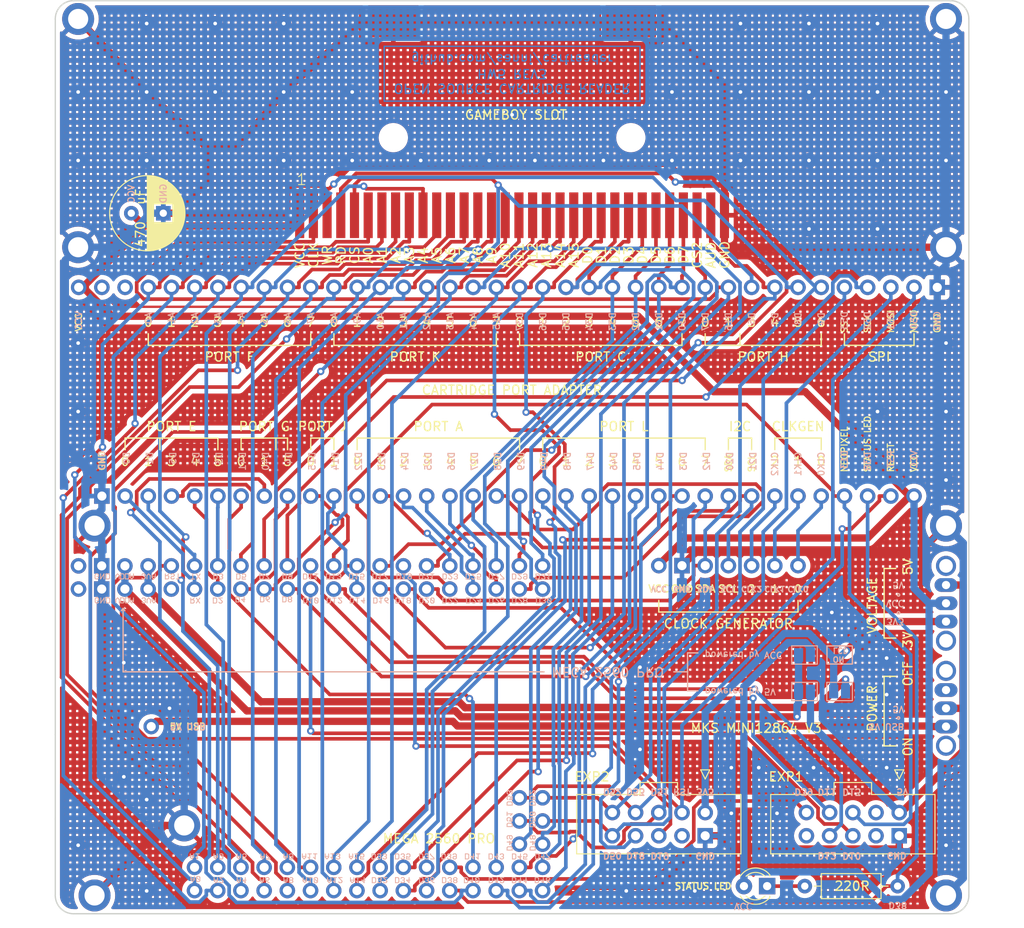
<source format=kicad_pcb>
(kicad_pcb (version 20211014) (generator pcbnew)

  (general
    (thickness 1.6)
  )

  (paper "A4")
  (title_block
    (title "OSCR HW5")
    (date "2022-06-19")
    (rev "V3")
  )

  (layers
    (0 "F.Cu" signal)
    (31 "B.Cu" signal)
    (32 "B.Adhes" user "B.Adhesive")
    (33 "F.Adhes" user "F.Adhesive")
    (34 "B.Paste" user)
    (35 "F.Paste" user)
    (36 "B.SilkS" user "B.Silkscreen")
    (37 "F.SilkS" user "F.Silkscreen")
    (38 "B.Mask" user)
    (39 "F.Mask" user)
    (40 "Dwgs.User" user "User.Drawings")
    (41 "Cmts.User" user "User.Comments")
    (42 "Eco1.User" user "User.Eco1")
    (43 "Eco2.User" user "User.Eco2")
    (44 "Edge.Cuts" user)
    (45 "Margin" user)
    (46 "B.CrtYd" user "B.Courtyard")
    (47 "F.CrtYd" user "F.Courtyard")
    (48 "B.Fab" user)
    (49 "F.Fab" user)
    (50 "User.1" user)
    (51 "User.2" user)
    (52 "User.3" user)
    (53 "User.4" user)
    (54 "User.5" user)
    (55 "User.6" user)
    (56 "User.7" user)
    (57 "User.8" user)
    (58 "User.9" user)
  )

  (setup
    (stackup
      (layer "F.SilkS" (type "Top Silk Screen"))
      (layer "F.Paste" (type "Top Solder Paste"))
      (layer "F.Mask" (type "Top Solder Mask") (color "Green") (thickness 0.01))
      (layer "F.Cu" (type "copper") (thickness 0.035))
      (layer "dielectric 1" (type "core") (thickness 1.51) (material "FR4") (epsilon_r 4.5) (loss_tangent 0.02))
      (layer "B.Cu" (type "copper") (thickness 0.035))
      (layer "B.Mask" (type "Bottom Solder Mask") (color "Green") (thickness 0.01))
      (layer "B.Paste" (type "Bottom Solder Paste"))
      (layer "B.SilkS" (type "Bottom Silk Screen"))
      (copper_finish "None")
      (dielectric_constraints no)
    )
    (pad_to_mask_clearance 0)
    (aux_axis_origin 100 150)
    (grid_origin 100 150)
    (pcbplotparams
      (layerselection 0x00010fc_ffffffff)
      (disableapertmacros false)
      (usegerberextensions false)
      (usegerberattributes true)
      (usegerberadvancedattributes true)
      (creategerberjobfile true)
      (svguseinch false)
      (svgprecision 6)
      (excludeedgelayer true)
      (plotframeref false)
      (viasonmask false)
      (mode 1)
      (useauxorigin false)
      (hpglpennumber 1)
      (hpglpenspeed 20)
      (hpglpendiameter 15.000000)
      (dxfpolygonmode true)
      (dxfimperialunits true)
      (dxfusepcbnewfont true)
      (psnegative false)
      (psa4output false)
      (plotreference true)
      (plotvalue false)
      (plotinvisibletext false)
      (sketchpadsonfab false)
      (subtractmaskfromsilk false)
      (outputformat 1)
      (mirror false)
      (drillshape 0)
      (scaleselection 1)
      (outputdirectory "main_pcb_gerber/")
    )
  )

  (net 0 "")
  (net 1 "D30")
  (net 2 "D31")
  (net 3 "D28")
  (net 4 "D29")
  (net 5 "D26")
  (net 6 "D27")
  (net 7 "D24")
  (net 8 "D25")
  (net 9 "D22")
  (net 10 "D23")
  (net 11 "D20")
  (net 12 "D21")
  (net 13 "D18")
  (net 14 "D19")
  (net 15 "D16")
  (net 16 "D17")
  (net 17 "D14")
  (net 18 "D15")
  (net 19 "D12")
  (net 20 "D13")
  (net 21 "D10")
  (net 22 "D11")
  (net 23 "D8")
  (net 24 "D9")
  (net 25 "D6")
  (net 26 "D7")
  (net 27 "D4")
  (net 28 "D5")
  (net 29 "D2")
  (net 30 "D3")
  (net 31 "D0")
  (net 32 "D1")
  (net 33 "unconnected-(J1-Pad33)")
  (net 34 "RESET")
  (net 35 "+3.3VA")
  (net 36 "VCC")
  (net 37 "GND")
  (net 38 "unconnected-(J1-Pad41)")
  (net 39 "unconnected-(J1-Pad42)")
  (net 40 "D46")
  (net 41 "D47")
  (net 42 "D44")
  (net 43 "D45")
  (net 44 "D42")
  (net 45 "D43")
  (net 46 "D40")
  (net 47 "D41")
  (net 48 "D38")
  (net 49 "D39")
  (net 50 "D36")
  (net 51 "D37")
  (net 52 "D34")
  (net 53 "D32")
  (net 54 "D33")
  (net 55 "A14")
  (net 56 "A15")
  (net 57 "A12")
  (net 58 "A13")
  (net 59 "A10")
  (net 60 "A11")
  (net 61 "A8")
  (net 62 "A9")
  (net 63 "A6")
  (net 64 "A7")
  (net 65 "A4")
  (net 66 "A5")
  (net 67 "A2")
  (net 68 "A3")
  (net 69 "A0")
  (net 70 "A1")
  (net 71 "+3V3")
  (net 72 "+5V")
  (net 73 "D35")
  (net 74 "D53")
  (net 75 "D52")
  (net 76 "D51")
  (net 77 "D50")
  (net 78 "D49")
  (net 79 "D48")
  (net 80 "CLK2")
  (net 81 "CLK1")
  (net 82 "CLK0")
  (net 83 "unconnected-(J8-Pad4)")
  (net 84 "VBUS")
  (net 85 "Net-(D1-Pad1)")
  (net 86 "unconnected-(J3-Pad2)")
  (net 87 "unconnected-(J3-Pad3)")
  (net 88 "unconnected-(J9-Pad3)")
  (net 89 "unconnected-(J9-Pad4)")
  (net 90 "unconnected-(J9-Pad10)")
  (net 91 "unconnected-(SW2-Pad3)")
  (net 92 "VDDA")

  (footprint "MountingHole:MountingHole_2.2mm_M2_ISO7380_Pad" (layer "F.Cu") (at 197.5 77))

  (footprint "Connector_PinHeader_2.54mm:PinHeader_1x07_P2.54mm_Vertical" (layer "F.Cu") (at 166.06 111.875 90))

  (footprint "MountingHole:MountingHole_2.2mm_M2_ISO7380_Pad" (layer "F.Cu") (at 104.3 148))

  (footprint "MountingHole:MountingHole_2.2mm_M2_ISO7380_Pad" (layer "F.Cu") (at 197.5 52))

  (footprint "Connector_PinSocket_2.54mm:PinSocket_1x36_P2.54mm_Vertical" (layer "F.Cu") (at 105.1 104.255 90))

  (footprint "MountingHole:MountingHole_2.2mm_M2_ISO7380_Pad" (layer "F.Cu") (at 102.5 77))

  (footprint "Button_Switch_THT:SW_CuK_OS102011MA1QN1_SPDT_Angled" (layer "F.Cu") (at 197.5 118 90))

  (footprint "Connector_PinSocket_2.54mm:PinSocket_1x38_P2.54mm_Vertical" (layer "F.Cu") (at 102.56 81.395 90))

  (footprint "Connector_PinSocket_2.54mm:PinSocket_2x21_P2.54mm_Vertical" (layer "F.Cu") (at 153.34 114.44 -90))

  (footprint "MountingHole:MountingHole_2.2mm_M2_ISO7380_Pad" (layer "F.Cu") (at 104.3 107.5))

  (footprint "MountingHole:MountingHole_2.2mm_M2_ISO7380_Pad" (layer "F.Cu") (at 114.11 140.33))

  (footprint "MountingHole:MountingHole_2.2mm_M2_ISO7380_Pad" (layer "F.Cu") (at 197.5 107.5))

  (footprint "Connector_PinSocket_2.54mm:PinSocket_2x16_P2.54mm_Vertical" (layer "F.Cu") (at 153.34 147.46 -90))

  (footprint "MountingHole:MountingHole_2.2mm_M2_ISO7380_Pad" (layer "F.Cu") (at 197.5 148))

  (footprint "Connector_IDC:IDC-Header_2x05_P2.54mm_Vertical" (layer "F.Cu") (at 192.38 138.92 -90))

  (footprint "LED_THT:LED_D3.0mm" (layer "F.Cu") (at 177.92 146.975 180))

  (footprint "MountingHole:MountingHole_2.2mm_M2_ISO7380_Pad" (layer "F.Cu") (at 102.5 52))

  (footprint "Connector_PinSocket_2.54mm:PinSocket_2x03_P2.54mm_Vertical" (layer "F.Cu") (at 150.8 142.38 180))

  (footprint "Connector_PinHeader_2.54mm:PinHeader_1x01_P2.54mm_Vertical" (layer "F.Cu") (at 110.5 129.5))

  (footprint "Capacitor_THT:CP_Radial_D8.0mm_P3.50mm" (layer "F.Cu") (at 108.32 73.275))

  (footprint "!sanni:GBA-SLOT-B" (layer "F.Cu") (at 150 68.5 90))

  (footprint "Connector_IDC:IDC-Header_2x05_P2.54mm_Vertical" (layer "F.Cu") (at 171.14 138.92 -90))

  (footprint "Resistor_THT:R_Axial_DIN0207_L6.3mm_D2.5mm_P10.16mm_Horizontal" (layer "F.Cu") (at 182.04 146.975))

  (footprint "Button_Switch_THT:SW_CuK_OS102011MA1QN1_SPDT_Angled" (layer "F.Cu") (at 197.5 129.5 90))

  (footprint "Jumper:SolderJumper-2_P1.3mm_Open_Pad1.0x1.5mm" (layer "B.Cu") (at 182.01 121.66 180))

  (footprint "Jumper:SolderJumper-2_P1.3mm_Open_Pad1.0x1.5mm" (layer "B.Cu") (at 182.01 125.66 180))

  (footprint "Jumper:SolderJumper-2_P1.3mm_Open_Pad1.0x1.5mm" (layer "B.Cu") (at 185.852 125.66 180))

  (gr_line (start 164 55) (end 164 61) (layer "B.Cu") (width 0.15) (tstamp 258c41bf-dd88-42b9-9902-aa08168da27a))
  (gr_line (start 136 55) (end 164 55) (layer "B.Cu") (width 0.15) (tstamp 6fbc2d36-c2e1-4fa5-96fe-3406277cce5d))
  (gr_line (start 164 61) (end 136 61) (layer "B.Cu") (width 0.15) (tstamp 7de560a4-f7b0-4314-8bec-1b608bafb384))
  (gr_line (start 136 61) (end 136 55) (layer "B.Cu") (width 0.15) (tstamp d01701fa-afd6-4579-9506-8967abec5c4c))
  (gr_line (start 152.9063 146.1343) (end 152.8131 146.0411) (layer "B.SilkS") (width 0.1) (tstamp 00390a56-5faa-48f3-86d5-89e466588bad))
  (gr_line (start 138.7022 113.3433) (end 138.8887 113.3433) (layer "B.SilkS") (width 0.1) (tstamp 0064d1d1-5a2b-488a-814d-ea6583716d7a))
  (gr_line (start 169.21 123.505) (end 167.7 123.505) (layer "B.SilkS") (width 0.15) (tstamp 0079472d-614e-4bdb-a0b5-7bee54f2c5b9))
  (gr_line (start 153.7874 143.5362) (end 154.1602 143.9091) (layer "B.SilkS") (width 0.1) (tstamp 0088e198-dc75-41e9-b904-4bafd4ea330b))
  (gr_line (start 154.1633 115.9735) (end 153.9769 115.9735) (layer "B.SilkS") (width 0.1) (tstamp 00b2c341-c2d6-474e-9fe2-08039cf94b6b))
  (gr_line (start 147.4984 146.0411) (end 147.4984 146.6004) (layer "B.SilkS") (width 0.1) (tstamp 013ab193-7ded-4210-8a58-9e8bf7584d74))
  (gr_line (start 122.4984 143.815799) (end 122.4984 143.443) (layer "B.SilkS") (width 0.1) (tstamp 015050db-6357-4617-b4c0-d03a3f660c19))
  (gr_line (start 125.1732 115.2872) (end 124.8935 115.2872) (layer "B.SilkS") (width 0.1) (tstamp 019def80-c86e-4bdb-99d4-cc54612a6c5c))
  (gr_line (start 138.1219 143.4397) (end 138.2151 143.5329) (layer "B.SilkS") (width 0.1) (tstamp 01a4f71e-f764-4cc8-a1b4-8b52f4c24e38))
  (gr_line (start 151.3504 115.6939) (end 151.2572 115.6007) (layer "B.SilkS") (width 0.1) (tstamp 01c008de-7249-467b-adbf-80a2d1f16d8f))
  (gr_line (start 150.0141 141.5394) (end 149.9209 141.4462) (layer "B.SilkS") (width 0.1) (tstamp 01f5ecc8-28a3-4fff-bf85-445a1241df01))
  (gr_line (start 141.183 146.0411) (end 141.0898 146.1343) (layer "B.SilkS") (width 0.1) (tstamp 02016eb3-ae9e-4700-95d2-deef0bf879b4))
  (gr_line (start 107.1532 115.3989) (end 107.1532 115.9582) (layer "B.SilkS") (width 0.1) (tstamp 022b487c-b293-4dad-ad31-25cb20c10148))
  (gr_line (start 151.2572 115.6007) (end 151.2572 115.5075) (layer "B.SilkS") (width 0.1) (tstamp 023735e0-6185-4d8a-9b35-d45147460f6a))
  (gr_line (start 137.2324 146.6004) (end 137.512 146.6004) (layer "B.SilkS") (width 0.1) (tstamp 024d7e76-1845-40f7-9447-0ac96990a268))
  (gr_line (start 122.7986 146.414) (end 122.6122 146.6004) (layer "B.SilkS") (width 0.1) (tstamp 02a0d3b2-bd8e-493a-9de7-41380f7fe477))
  (gr_line (start 135.3059 146.1343) (end 135.3991 146.0411) (layer "B.SilkS") (width 0.1) (tstamp 02bda6a8-e802-4c10-8053-4822f0d6a4d7))
  (gr_line (start 120.4628 113.3467) (end 120.8356 113.3467) (layer "B.SilkS") (width 0.1) (tstamp 02f5ca65-0b7d-4b9d-a14b-a103ff003cda))
  (gr_line (start 105.3506 115.4042) (end 104.9778 115.9635) (layer "B.SilkS") (width 0.1) (tstamp 030f8952-9bca-4c67-87df-6d16ce4644d6))
  (gr_line (start 109.567 112.77355) (end 109.7534 112.77355) (layer "B.SilkS") (width 0.1) (tstamp 03117f4a-886a-42d6-aee5-be411f54d576))
  (gr_line (start 143.9654 146.2276) (end 143.8722 146.3208) (layer "B.SilkS") (width 0.1) (tstamp 036d5367-4389-4833-b96b-9588f237a027))
  (gr_line (start 151.4388 143.815799) (end 151.2524 143.7226) (layer "B.SilkS") (width 0.1) (tstamp 038f155c-4077-4942-b862-3f87ebd13225))
  (gr_line (start 132.4775 112.784) (end 132.1979 112.784) (layer "B.SilkS") (width 0.1) (tstamp 03a87c6f-5c51-4528-a0ec-d4c6640ad51e))
  (gr_line (start 151.2572 115.8803) (end 151.2572 115.7871) (layer "B.SilkS") (width 0.1) (tstamp 03cc5acf-b1ac-493a-836e-cc2cf71f893e))
  (gr_line (start 125.6134 113.3433) (end 125.7998 113.3433) (layer "B.SilkS") (width 0.1) (tstamp 03de843a-6ed0-4b76-8ebc-4fdd9b4ddb44))
  (gr_line (start 149.8277 141.8191) (end 149.9209 141.8191) (layer "B.SilkS") (width 0.1) (tstamp 03e0365f-a0f3-499c-b023-ce8b4e5ae7ff))
  (gr_line (start 133.4028 143.9989) (end 133.775599 143.9989) (layer "B.SilkS") (width 0.1) (tstamp 041bcd69-5bc6-4db7-97bb-b374f1295706))
  (gr_line (start 152.068 138.8742) (end 152.4409 138.8742) (layer "B.SilkS") (width 0.1) (tstamp 043d768f-140b-472b-b5ea-89094c76dc0c))
  (gr_line (start 146.2811 112.784) (end 146.4675 112.784) (layer "B.SilkS") (width 0.1) (tstamp 04487746-f18a-4396-8231-8d0b009b2817))
  (gr_line (start 154.1225 146.2276) (end 154.1225 146.1343) (layer "B.SilkS") (width 0.1) (tstamp 047ce6dd-031b-40a2-9b34-b278c747c528))
  (gr_line (start 120.5111 143.7226) (end 120.5111 144.0023) (layer "B.SilkS") (width 0.1) (tstamp 04cf62a4-832c-4d5b-b5f4-2d208bcf90cc))
  (gr_line (start 150.4059 146.5105) (end 150.4059 146.1377) (layer "B.SilkS") (width 0.1) (tstamp 050259b1-e35d-421d-a49e-c228afa1ebc0))
  (gr_line (start 145.6656 146.6004) (end 145.6656 146.0411) (layer "B.SilkS") (width 0.1) (tstamp 052c3264-c74d-4a76-815f-2776326427de))
  (gr_line (start 154.1602 143.9091) (end 154.1602 144.0023) (layer "B.SilkS") (width 0.1) (tstamp 0530b9f1-ceef-432e-8f4b-3f424dada304))
  (gr_line (start 115.7307 146.4734) (end 115.5443 146.4734) (layer "B.SilkS") (width 0.1) (tstamp 055d838d-95de-4e96-9537-1807111ea3fb))
  (gr_line (start 131.3874 146.414) (end 131.0145 146.0411) (layer "B.SilkS") (width 0.1) (tstamp 0584f620-b0aa-4fca-93c3-6099d7a20dd7))
  (gr_line (start 136.3497 113.2501) (end 136.3497 113.3433) (layer "B.SilkS") (width 0.1) (tstamp 05f43399-d8ed-4648-b662-963ecaaeaf68))
  (gr_line (start 149.4548 136.6167) (end 149.548 136.5235) (layer "B.SilkS") (width 0.1) (tstamp 068418ae-fc09-4b9c-8c83-226bdc2d7721))
  (gr_line (start 131.1396 143.5329) (end 131.1396 143.6261) (layer "B.SilkS") (width 0.1) (tstamp 068532ac-6016-4f3a-93a8-573d4174c5b0))
  (gr_line (start 152.9881 113.2501) (end 152.9881 112.8773) (layer "B.SilkS") (width 0.1) (tstamp 06867d19-d3a5-46f2-9811-1a6dd9e0a38a))
  (gr_line (start 104.7229 113.0537) (end 104.7229 112.8673) (layer "B.SilkS") (width 0.1) (tstamp 06e10568-7def-434b-91a2-4c34cabab79f))
  (gr_line (start 142.4307 113.3433) (end 142.7104 113.3433) (layer "B.SilkS") (width 0.1) (tstamp 076db0ba-7257-4630-92be-23049e421c60))
  (gr_line (start 138.8752 115.6007) (end 138.782 115.6939) (layer "B.SilkS") (width 0.1) (tstamp 07c64225-1d94-459e-9671-ef50016b8a5b))
  (gr_line (start 148.7864 143.9989) (end 148.6932 143.905699) (layer "B.SilkS") (width 0.1) (tstamp 085e6971-1751-4e09-a97e-583a7ef0a935))
  (gr_line (start 107 112.959) (end 106.8136 112.7726) (layer "B.SilkS") (width 0.1) (tstamp 086ca3ea-35b8-457c-a0d6-587aa71e57e3))
  (gr_line (start 138.2133 146.2276) (end 138.1201 146.3208) (layer "B.SilkS") (width 0.1) (tstamp 08b95b3b-f75c-468e-88f1-ac2c911e1a3d))
  (gr_line (start 120.2276 112.8806) (end 120.1343 112.7874) (layer "B.SilkS") (width 0.1) (tstamp 091f526c-4dcf-4f15-b41e-5fa99740053f))
  (gr_line (start 117.3425 112.784) (end 117.3425 113.3433) (layer "B.SilkS") (width 0.1) (tstamp 097659fc-d6af-45d2-b3f2-12d32f6b1119))
  (gr_line (start 146.1878 113.0637) (end 146.1878 113.3433) (layer "B.SilkS") (width 0.1) (tstamp 099fe64c-23cf-4016-81b0-6732b5342634))
  (gr_line (start 125.5948 115.5669) (end 125.5016 115.4737) (layer "B.SilkS") (width 0.1) (tstamp 09aa150a-1843-4bac-a3e1-3b2bc6bcb6b0))
  (gr_line (start 147.5101 112.784) (end 147.5101 113.3433) (layer "B.SilkS") (width 0.1) (tstamp 09ef0c93-ab63-4ffe-a33d-659495d2b362))
  (gr_line (start 141.3696 115.4142) (end 141.4628 115.5075) (layer "B.SilkS") (width 0.1) (tstamp 0a29318d-b121-494e-b5fa-101c659b7ef9))
  (gr_line (start 151.63 115.7871) (end 151.63 115.8803) (layer "B.SilkS") (width 0.1) (tstamp 0a2d0d31-c0ca-4fea-92cc-923c206665d1))
  (gr_line (start 115.81 115.4176) (end 115.4371 115.9768) (layer "B.SilkS") (width 0.1) (tstamp 0a4615fe-61a6-422b-8f0c-d89b2a7e477a))
  (gr_line (start 136.0669 115.5075) (end 136.0669 115.6939) (layer "B.SilkS") (width 0.1) (tstamp 0a680f35-c24d-4229-82ef-94ba4096d8b4))
  (gr_line (start 109.7706 115.9664) (end 109.5842 115.9664) (layer "B.SilkS") (width 0.1) (tstamp 0a7378ea-e12b-4857-b56b-9e61f08ee402))
  (gr_line (start 148.5097 115.7871) (end 148.1368 115.4142) (layer "B.SilkS") (width 0.1) (tstamp 0a7ac6bc-dcb3-4f24-9eec-433ac5c205fc))
  (gr_line (start 144.7778 146.0411) (end 144.7778 146.6004) (layer "B.SilkS") (width 0.1) (tstamp 0a942473-6998-409e-bc7e-715573ec8ae6))
  (gr_line (start 108.5557 115.40175) (end 108.5557 115.77465) (layer "B.SilkS") (width 0.1) (tstamp 0ab840ca-6df1-485b-88b6-36beb8e6e7b5))
  (gr_line (start 118.0881 146.6004) (end 118.2745 146.6004) (layer "B.SilkS") (width 0.1) (tstamp 0aedcd95-036b-4e7c-81e8-e311879b1e48))
  (gr_line (start 127.4207 143.4397) (end 127.4207 143.8125) (layer "B.SilkS") (width 0.1) (tstamp 0afe25d2-d810-401a-8928-4896b32e7a8a))
  (gr_line (start 150.4091 143.9091) (end 150.4091 143.5362) (layer "B.SilkS") (width 0.1) (tstamp 0aff5468-b428-440c-935b-25c2edc5c1a3))
  (gr_line (start 109.8638 115.5004) (end 109.8638 115.5936) (layer "B.SilkS") (width 0.1) (tstamp 0affd8c4-7415-4286-a4bb-a4afee5d4d34))
  (gr_line (start 141.451 143.9989) (end 141.0781 143.9989) (layer "B.SilkS") (width 0.1) (tstamp 0b01c73e-7ad4-457b-9463-04f0f24cd1a3))
  (gr_line (start 147.4771 143.9989) (end 147.7567 143.9989) (layer "B.SilkS") (width 0.1) (tstamp 0b147a50-2f26-4dc2-9b36-11faf9b9780a))
  (gr_line (start 122.8337 115.3805) (end 122.7405 115.2872) (layer "B.SilkS") (width 0.1) (tstamp 0b1b7f06-92bf-420f-83fe-0edeee5d9457))
  (gr_line (start 138.1874 112.784) (end 138.1874 113.3433) (layer "B.SilkS") (width 0.1) (tstamp 0b3569b0-40ef-4bed-85e8-08779d63fdd6))
  (gr_line (start 154.1633 115.4142) (end 154.2565 115.5075) (layer "B.SilkS") (width 0.1) (tstamp 0b362c44-4699-476d-8d26-1da5474e6508))
  (gr_line (start 147.7897 113.3433) (end 147.8829 113.2501) (layer "B.SilkS") (width 0.1) (tstamp 0b5346e4-98c1-4bfe-ab38-ea6ddbed37e6))
  (gr_line (start 125.5016 115.4737) (end 125.5016 115.3805) (layer "B.SilkS") (width 0.1) (tstamp 0b83b8b3-3d05-4586-b1e9-03fa7b2a0a5d))
  (gr_line (start 140.5582 113.3433) (end 140.7446 113.3433) (layer "B.SilkS") (width 0.1) (tstamp 0bf99ee2-5bb9-42a1-83c2-286ab07aa002))
  (gr_line (start 153.5962 113.1569) (end 153.5962 113.2501) (layer "B.SilkS") (width 0.1) (tstamp 0c60bed5-0812-440c-ac90-c6f86ac1f7cf))
  (gr_line (start 142.9844 146.1343) (end 143.0777 146.0411) (layer "B.SilkS") (width 0.1) (tstamp 0cabaa1e-22ed-4894-864f-5537186565d8))
  (gr_line (start 137.6725 113.3433) (end 137.7657 113.2501) (layer "B.SilkS") (width 0.1) (tstamp 0cb8a6e5-4f74-4c07-bd49-b6bfc711d1ff))
  (gr_line (start 123.4793 144.0023) (end 123.1065 144.0023) (layer "B.SilkS") (width 0.1) (tstamp 0cd9ef36-bd70-4c7f-92d3-1ff5c3b7c7b6))
  (gr_line (start 149.8277 136.5235) (end 149.9209 136.5235) (layer "B.SilkS") (width 0.1) (tstamp 0cf443e1-3612-4395-8fda-f22617f7ddbb))
  (gr_line (start 151.3456 143.443) (end 151.532 143.443) (layer "B.SilkS") (width 0.1) (tstamp 0d18d61d-e174-41d5-9645-5d2a4ee545cc))
  (gr_line (start 119.906 146.4173) (end 119.906 146.0445) (layer "B.SilkS") (width 0.1) (tstamp 0d221f30-1927-4a3e-91c0-908fdf83e0a0))
  (gr_line (start 140.7613 146.3208) (end 140.8546 146.414) (layer "B.SilkS") (width 0.1) (tstamp 0d251d83-407c-4b04-a62a-8e06010f8c9a))
  (gr_line (start 145.994 146.5072) (end 145.994 146.1343) (layer "B.SilkS") (width 0.1) (tstamp 0d28f117-87eb-4d85-807d-99d77747ae7a))
  (gr_line (start 143.3573 146.2276) (end 143.2641 146.3208) (layer "B.SilkS") (width 0.1) (tstamp 0d8bfe5a-e98b-4a01-bc16-052164a63a49))
  (gr_line (start 106.6271 112.959) (end 106.6271 113.3318) (layer "B.SilkS") (width 0.1) (tstamp 0daa5511-1707-4b50-965c-b81c1e8d5114))
  (gr_line (start 136.3497 113.3433) (end 135.9768 113.3433) (layer "B.SilkS") (width 0.1) (tstamp 0dbe83a3-bd99-4f23-8f41-68edc629bcf1))
  (gr_line (start 150.3206 115.4142) (end 150.041 115.4142) (layer "B.SilkS") (width 0.1) (tstamp 0dbeb66f-4fc6-450f-bfe6-a8cf9cc9f854))
  (gr_line (start 126 146.2276) (end 125.9068 146.3208) (layer "B.SilkS") (width 0.1) (tstamp 0df7ac7a-07e2-42b0-a506-7c4ef8611434))
  (gr_line (start 130.5518 115.4142) (end 130.5518 115.9735) (layer "B.SilkS") (width 0.1) (tstamp 0df847bf-e8a9-4997-b7ac-1608ae1f7a53))
  (gr_line (start 140.7615 115.9735) (end 140.8548 115.8803) (layer "B.SilkS") (width 0.1) (tstamp 0e247474-457a-4859-a1ce-bd52ad605ba0))
  (gr_line (start 105.8459 112.7741) (end 105.5662 112.7741) (layer "B.SilkS") (width 0.1) (tstamp 0e47333d-3fac-40a3-ba37-fd794a6096f6))
  (gr_line (start 133.0773 115.9735) (end 132.890799 115.7871) (layer "B.SilkS") (width 0.1) (tstamp 0e4ee42e-ceb1-4b99-bca4-7d0d008282c0))
  (gr_line (start 150.0141 142.7556) (end 149.9209 142.6624) (layer "B.SilkS") (width 0.1) (tstamp 0f403842-0aa0-4a51-b87a-80f8fb6c740e))
  (gr_line (start 137.512 146.6004) (end 137.6052 146.5072) (layer "B.SilkS") (width 0.1) (tstamp 0f56ab2e-513a-4996-b12a-87e1618e0e6c))
  (gr_line (start 152.8508 144.0023) (end 152.9441 143.9091) (layer "B.SilkS") (width 0.1) (tstamp 0fa0af66-67b2-455c-844a-d1df9fd9a517))
  (gr_line (start 122.6848 144.0023) (end 122.4984 143.815799) (layer "B.SilkS") (width 0.1) (tstamp 0fba11bb-81e6-4b43-8f3d-619fc1a77089))
  (gr_line (start 104.4433 112.7741) (end 104.35 112.8673) (layer "B.SilkS") (width 0.1) (tstamp 0fd10b68-07e4-4344-b65c-aba5c33be4a7))
  (gr_line (start 142.6843 143.5329) (end 142.5911 143.4397) (layer "B.SilkS") (width 0.1) (tstamp 102fcbbe-d2a0-4346-8d5c-a6c3569d0b13))
  (gr_line (start 143.9654 146.1343) (end 143.9654 146.2276) (layer "B.SilkS") (width 0.1) (tstamp 105c1593-c568-4944-9880-e90c2f06e0c1))
  (gr_line (start 153.462 115.6939) (end 153.5552 115.6939) (layer "B.SilkS") (width 0.1) (tstamp 10656607-7e16-480c-91a3-c6fe57dc87e6))
  (gr_line (start 119.903 143.815799) (end 119.903 143.443) (layer "B.SilkS") (width 0.1) (tstamp 1073b8a9-5cf1-447a-b8bd-71d016ae9066))
  (gr_line (start 120.8356 113.067) (end 120.7424 113.1602) (layer "B.SilkS") (width 0.1) (tstamp 10870106-98a1-44a2-887c-0990cea32cf6))
  (gr_line (start 143.7401 113.3433) (end 143.6469 113.2501) (layer "B.SilkS") (width 0.1) (tstamp 10a3470a-0a69-481e-ae2d-e7a91beeb933))
  (gr_line (start 132.4775 113.3433) (end 132.5707 113.2501) (layer "B.SilkS") (width 0.1) (tstamp 10b3f288-e523-4c06-a3c8-2373f3c67c63))
  (gr_line (start 108.5528 112.77355) (end 108.5528 113.14645) (layer "B.SilkS") (width 0.1) (tstamp 10ee9cb0-e25e-4cbb-92d0-80a6cd4cff09))
  (gr_line (start 125.8745 115.4737) (end 125.7813 115.5669) (layer "B.SilkS") (width 0.1) (tstamp 11104fe6-839f-45c6-a2d9-f9525a6ccf0e))
  (gr_line (start 150.4139 115.8803) (end 150.4139 115.5075) (layer "B.SilkS") (width 0.1) (tstamp 111cd05e-3db9-4cdf-82bf-daf899ea84a1))
  (gr_line (start 129.6755 112.784) (end 129.6755 113.3433) (layer "B.SilkS") (width 0.1) (tstamp 11409b39-4c3b-4dc8-9023-fa67aadc0098))
  (gr_line (start 132.2827 115.4142) (end 132.2827 115.9735) (layer "B.SilkS") (width 0.1) (tstamp 1179acc1-ddbb-4547-8897-1307cf21b031))
  (gr_line (start 130.86 143.9989) (end 130.7668 143.905699) (layer "B.SilkS") (width 0.1) (tstamp 1182d858-3fa0-4353-8a3b-45117b09c0ac))
  (gr_line (start 138.7022 113.0637) (end 138.609 113.1569) (layer "B.SilkS") (width 0.1) (tstamp 11a3d783-05ed-4598-9a8d-d52fe831832a))
  (gr_line (start 144.7778 146.6004) (end 145.0575 146.6004) (layer "B.SilkS") (width 0.1) (tstamp 11f1a6a2-4f6a-4833-aa27-3ee8140503c7))
  (gr_line (start 128.5626 112.784) (end 128.5626 113.3433) (layer "B.SilkS") (width 0.1) (tstamp 1222b775-bca7-402f-8c7f-e33fc63ba0f6))
  (gr_line (start 125.1732 115.8465) (end 125.2664 115.7533) (layer "B.SilkS") (width 0.1) (tstamp 1295009c-cc65-4b27-8adb-0eed29a92665))
  (gr_line (start 109.7534 112.77355) (end 109.8466 112.86685) (layer "B.SilkS") (width 0.1) (tstamp 136c183c-b28d-4915-9b5e-d3fbba117f5d))
  (gr_line (start 151.9748 137.2248) (end 152.068 137.1316) (layer "B.SilkS") (width 0.1) (tstamp 13aadb27-120f-4a9d-87e9-41c9e7726357))
  (gr_line (start 117.5744 115.4142) (end 117.2948 115.4142) (layer "B.SilkS") (width 0.1) (tstamp 13add243-bfe0-4a68-8e8f-051b792750a5))
  (gr_line (start 143.8072 143.4397) (end 143.6208 143.4397) (layer "B.SilkS") (width 0.1) (tstamp 13c7fb07-5164-4675-9ae3-ea78500dbff2))
  (gr_line (start 124.9121 113.3433) (end 125.1918 113.3433) (layer "B.SilkS") (width 0.1) (tstamp 13d0dc9e-aeef-4052-afb8-2864c4d3b262))
  (gr_line (start 152.8949 113.3433) (end 152.9881 113.2501) (layer "B.SilkS") (width 0.1) (tstamp 13f09271-010d-4a60-83f8-5b37fdbda846))
  (gr_line (start 128.3896 115.5075) (end 128.4828 115.4142) (layer "B.SilkS") (width 0.1) (tstamp 13fac4da-f8cc-422d-84ff-f09870db5ce5))
  (gr_line (start 152.1613 141.4462) (end 152.2545 141.5394) (layer "B.SilkS") (width 0.1) (tstamp 141166ae-1077-4423-a9ed-9470fb19c132))
  (gr_line (start 123.1621 115.2872) (end 123.0689 115.3805) (layer "B.SilkS") (width 0.1) (tstamp 1415e980-ac4c-4b5f-a36d-a926ae6a0b02))
  (gr_line (start 135.5552 112.784) (end 135.5552 113.3433) (layer "B.SilkS") (width 0.1) (tstamp 14554cb4-c298-4719-81b9-e09c6d86312b))
  (gr_line (start 114.843 146.287) (end 114.843 145.9141) (layer "B.SilkS") (width 0.1) (tstamp 14565d94-3b12-46e9-b4b2-bc0fec5c7deb))
  (gr_line (start 115.8239 146.0073) (end 115.8239 146.3802) (layer "B.SilkS") (width 0.1) (tstamp 14e2779d-d9b9-4c66-adfa-fcd1a9f02a99))
  (gr_rect (start 184.47 120.67) (end 187.25 122.65) (layer "B.SilkS") (width 0.15) (fill none) (tstamp 14eb02af-f7eb-4342-b4e3-0c4ee00a341e))
  (gr_line (start 143.1102 115.9735) (end 143.2966 115.9735) (layer "B.SilkS") (width 0.1) (tstamp 15435d5f-6004-49ff-8ef0-83966e501f05))
  (gr_line (start 110.97 115.68785) (end 110.5972 115.68785) (layer "B.SilkS") (width 0.1) (tstamp 154f90a2-5ead-4c37-914e-c3812488e620))
  (gr_line (start 152.9471 115.9735) (end 153.0403 115.8803) (layer "B.SilkS") (width 0.1) (tstamp 1569eb46-16c2-4ff6-90d5-187e0506ecf9))
  (gr_line (start 170.35 121.43) (end 169.21 121.43) (layer "B.SilkS") (width 0.15) (tstamp 15e32513-b5c6-4ebe-a6bb-282966d6228c))
  (gr_line (start 138.2671 115.4142) (end 137.8943 115.4142) (layer "B.SilkS") (width 0.1) (tstamp 16319c46-0730-4c48-9416-4d51a83b6731))
  (gr_line (start 115.2019 115.8836) (end 115.1087 115.9768) (layer "B.SilkS") (width 0.1) (tstamp 167d17b3-f1c8-4feb-bcc3-6f050e8ea19a))
  (gr_line (start 131.2645 113.2501) (end 131.1713 113.3433) (layer "B.SilkS") (width 0.1) (tstamp 16d4a007-f39e-4588-874f-64b939c3d661))
  (gr_line (start 150.0141 136.6167) (end 150.0141 136.8031) (layer "B.SilkS") (width 0.1) (tstamp 170677e4-82db-48f2-b29b-91cc6552428f))
  (gr_line (start 151.9748 139.5755) (end 152.068 139.4823) (layer "B.SilkS") (width 0.1) (tstamp 17109f74-a3d1-4b18-a498-6cf341cf20aa))
  (gr_line (start 149.0991 113.3433) (end 148.7263 113.3433) (layer "B.SilkS") (width 0.1) (tstamp 17b7a16e-4e51-4e19-9a6d-0c59caa25ff1))
  (gr_line (start 140.1532 146.6004) (end 140.2465 146.5072) (layer "B.SilkS") (width 0.1) (tstamp 17e37b1b-6f78-44ce-bcd2-ed5a3d6f4614))
  (gr_line (start 127.4207 143.8125) (end 127.2342 143.9989) (layer "B.SilkS") (width 0.1) (tstamp 17fcefec-a1ed-485c-a1d9-73c05dfbb548))
  (gr_line (start 150.3158 143.443) (end 150.0362 143.443) (layer "B.SilkS") (width 0.1) (tstamp 180bbe56-8157-4738-b07a-ff4175f1ee5c))
  (gr_line (start 148.9729 143.4397) (end 149.0661 143.5329) (layer "B.SilkS") (width 0.1) (tstamp 185ad006-019e-43f9-a3af-37caccc794c0))
  (gr_line (start 153.7497 146.3208) (end 154.0293 146.3208) (layer "B.SilkS") (width 0.1) (tstamp 187209fb-646d-4969-9078-d9f45c5f85e1))
  (gr_line (start 110.9528 112.7746) (end 110.9528 113.1475) (layer "B.SilkS") (width 0.1) (tstamp 1939c712-ba0d-4759-91f7-3d90fc2a8909))
  (gr_line (start 149.0246 115.6939) (end 149.1178 115.6007) (layer "B.SilkS") (width 0.1) (tstamp 195527bd-d8ac-4208-841b-687b4b0fb67e))
  (gr_line (start 151.2572 115.7871) (end 151.3504 115.6939) (layer "B.SilkS") (width 0.1) (tstamp 19796ed5-38e3-4a15-bcb6-03bf9c5a4ec0))
  (gr_line (start 149.548 139.8497) (end 149.4548 139.7565) (layer "B.SilkS") (width 0.1) (tstamp 19ae0bf8-ab76-4b7f-8671-cd6040e2637b))
  (gr_line (start 151.9748 141.5394) (end 152.068 141.4462) (layer "B.SilkS") (width 0.1) (tstamp 1a3d8b75-b189-4f38-ba7b-7f82fd0be720))
  (gr_line (start 125.7203 146.0411) (end 125.9068 146.0411) (layer "B.SilkS") (width 0.1) (tstamp 1a45cd83-9829-48fb-89f5-67c537f61ccf))
  (gr_line (start 110.58 113.1475) (end 110.58 112.7746) (layer "B.SilkS") (width 0.1) (tstamp 1a4aec1d-74ff-406b-a3df-ac59dc4fda73))
  (gr_line (start 132.5707 112.8773) (end 132.4775 112.784) (layer "B.SilkS") (width 0.1) (tstamp 1a56a976-ed20-48ab-85f4-9805a206abc2))
  (gr_line (start 117.9506 112.8773) (end 118.0438 112.784) (layer "B.SilkS") (width 0.1) (tstamp 1abea863-b437-4592-88d8-4b144623d593))
  (gr_line (start 145.0191 115.4142) (end 145.0191 115.9735) (layer "B.SilkS") (width 0.1) (tstamp 1af8f438-43ad-4b7e-b785-1cc71d73c7ce))
  (gr_line (start 128.3896 115.8803) (end 128.3896 115.5075) (layer "B.SilkS") (width 0.1) (tstamp 1b041a8c-0298-4e6b-b37e-700392cb65d5))
  (gr_line (start 148.2114 113.3433) (end 148.3978 113.3433) (layer "B.SilkS") (width 0.1) (tstamp 1b13c89c-f9bc-4c0f-9efa-220fabbc5681))
  (gr_line (start 143.7401 112.784) (end 143.9265 112.784) (layer "B.SilkS") (width 0.1) (tstamp 1b18db54-6583-484a-8860-b986da31e964))
  (gr_line (start 106.8136 112.7726) (end 106.6271 112.959) (layer "B.SilkS") (width 0.1) (tstamp 1b22cde5-b4b0-4dc4-ad06-372e265b754d))
  (gr_line (start 151.63 115.6007) (end 151.5368 115.6939) (layer "B.SilkS") (width 0.1) (tstamp 1b391b93-47bc-44d0-983c-af0659bbda0a))
  (gr_line (start 145.1647 143.9989) (end 145.258 143.905699) (layer "B.SilkS") (width 0.1) (tstamp 1b63bae9-7e4d-4db0-b913-88eff9113a08))
  (gr_line (start 127.4396 113.3433) (end 127.5328 113.2501) (layer "B.SilkS") (width 0.1) (tstamp 1bb8ef4e-23b1-4928-a4bf-dcf9b94668ce))
  (gr_line (start 117.7153 113.2501) (end 117.7153 112.8773) (layer "B.SilkS") (width 0.1) (tstamp 1c358ae2-9db2-4b30-b23a-0e15cc0429cd))
  (gr_line (start 136.0669 115.6939) (end 136.3465 115.6939) (layer "B.SilkS") (width 0.1) (tstamp 1c836a37-8fbc-47e3-b8d1-2ee69249f61a))
  (gr_line (start 153.5144 146.3208) (end 153.1416 146.3208) (layer "B.SilkS") (width 0.1) (tstamp 1ca53af6-247c-4d81-96a9-e62f826d061c))
  (gr_line (start 150.6491 115.8803) (end 150.7423 115.9735) (layer "B.SilkS") (width 0.1) (tstamp 1cbed2d4-eb6f-48ac-9622-9ca36e2ad378))
  (gr_line (start 140.8429 143.8125) (end 140.8429 143.905699) (layer "B.SilkS") (width 0.1) (tstamp 1cc53bda-b722-4fbd-a603-b4e6997a93e3))
  (gr_line (start 127.16 112.784) (end 127.16 113.3433) (layer "B.SilkS") (width 0.1) (tstamp 1d2f85ab-d98d-4f41-8867-60c31c62bcf4))
  (gr_line (start 134.9379 143.9989) (end 135.0311 143.905699) (layer "B.SilkS") (width 0.1) (tstamp 1d500a4f-83a0-4da2-be37-49a6510ac73d))
  (gr_line (start 138.782 115.9735) (end 138.5956 115.9735) (layer "B.SilkS") (width 0.1) (tstamp 1d611eb9-f703-41eb-8e12-72d40189df2d))
  (gr_line (start 150.0141 140.1781) (end 149.9209 140.0849) (layer "B.SilkS") (width 0.1) (tstamp 1d6b409e-71d6-421b-b7ec-721fb44d1621))
  (gr_line (start 120.2758 143.815799) (end 120.0894 144.0023) (layer "B.SilkS") (width 0.1) (tstamp 1df00195-5a89-47ef-b0f3-81f05edcddff))
  (gr_line (start 149.9209 141.4462) (end 149.548 141.4462) (layer "B.SilkS") (width 0.1) (tstamp 1e1c285d-4e94-4f95-bd0b-34d74b777444))
  (gr_line (start 117.9949 146.5072) (end 118.0881 146.6004) (layer "B.SilkS") (width 0.1) (tstamp 1e62998d-de44-41db-8132-f08e30e205bf))
  (gr_line (start 134.9379 143.4397) (end 134.6583 143.4397) (layer "B.SilkS") (width 0.1) (tstamp 1e8dce89-e2ae-46f6-93bb-a664c178cf1d))
  (gr_line (start 131.3874 146.5072) (end 131.3874 146.414) (layer "B.SilkS") (width 0.1) (tstamp 1eae9e03-e392-4c30-9f2b-cac47f48512b))
  (gr_line (start 128.6368 143.4397) (end 128.264 143.4397) (layer "B.SilkS") (width 0.1) (tstamp 1ebd1bdd-6263-4963-9ed4-bf7578bc4532))
  (gr_line (start 152.1613 141.8191) (end 152.068 141.8191) (layer "B.SilkS") (width 0.1) (tstamp 1ee4b72d-b240-481a-9d64-3428d7a893fb))
  (gr_line (start 146.2353 115.6939) (end 146.515 115.9735) (layer "B.SilkS") (width 0.1) (tstamp 1f0e3b02-402a-4690-be12-d005491c3cab))
  (gr_line (start 130.0483 112.8773) (end 129.9551 112.784) (layer "B.SilkS") (width 0.1) (tstamp 1f276cb3-5767-4f34-be8f-9aa16a319fde))
  (gr_line (start 150.7423 115.9735) (end 150.9287 115.9735) (layer "B.SilkS") (width 0.1) (tstamp 1f2e48a5-4d39-4866-925e-412e0bfacbde))
  (gr_line (start 120.6043 143.443) (end 120.7907 143.443) (layer "B.SilkS") (width 0.1) (tstamp 1f51fb70-475d-4d7a-b392-02f0a1d23208))
  (gr_line (start 151.3437 113.3433) (end 151.5301 113.3433) (layer "B.SilkS") (width 0.1) (tstamp 1f6b33e6-ee5b-45af-b9da-7edcee046434))
  (gr_line (start 149.0661 143.5329) (end 149.0661 143.6261) (layer "B.SilkS") (width 0.1) (tstamp 1f74ffc7-39b7-4d85-8172-620652bb230c))
  (gr_line (start 148.3862 146.6004) (end 148.3862 146.0411) (layer "B.SilkS") (width 0.1) (tstamp 20414d7d-2973-491a-8258-c26e04f70d0a))
  (gr_line (start 110.97 115.40815) (end 110.97 115.78105) (layer "B.SilkS") (width 0.1) (tstamp 205c0bee-67b9-41c2-83c5-b0506224bfc2))
  (gr_line (start 143.1992 143.4397) (end 143.2924 143.5329) (layer "B.SilkS") (width 0.1) (tstamp 206c630e-1523-4f25-8065-78d1ae4e32df))
  (gr_line (start 150.0141 142.1475) (end 149.4548 142.1475) (layer "B.SilkS") (width 0.1) (tstamp 20b127a1-6175-4264-814b-b1571254c978))
  (gr_line (start 143.3898 115.8803) (end 143.3898 115.7871) (layer "B.SilkS") (width 0.1) (tstamp 20de4e0c-6b01-4dd6-8f71-f64b329b5852))
  (gr_line (start 107.1503 112.7707) (end 107.1503 113.33) (layer "B.SilkS") (width 0.1) (tstamp 214867a0-ffee-4e19-8962-477680f8b97e))
  (gr_line (start 142.8036 113.2501) (end 142.8036 112.8773) (layer "B.SilkS") (width 0.1) (tstamp 21498dde-e8d4-4576-8865-726fd3bfdda2))
  (gr_line (start 108.3664 113.33285) (end 108.18 113.14645) (layer "B.SilkS") (width 0.1) (tstamp 2157073a-ca91-4dec-940e-33a3cbaa1ee0))
  (gr_line (start 125.5202 113.2501) (end 125.6134 113.3433) (layer "B.SilkS") (width 0.1) (tstamp 215e64d4-fd40-499a-a1f2-3df4817fe5cd))
  (gr_line (start 107.9529 115.9582) (end 108.0461 115.865) (layer "B.SilkS") (width 0.1) (tstamp 2169a7c4-ccbe-4a75-bd5d-301b3e899865))
  (gr_line (start 153.7497 146.3208) (end 153.9361 146.5072) (layer "B.SilkS") (width 0.1) (tstamp 2177648d-65a9-42c6-9b26-7edf231c439d))
  (gr_line (start 125.9095 143.4397) (end 125.7231 143.4397) (layer "B.SilkS") (width 0.1) (tstamp 2223e7e7-827f-46db-99ff-9ac3c3e503dd))
  (gr_line (start 149.7345 136.7099) (end 149.7345 136.6167) (layer "B.SilkS") (width 0.1) (tstamp 2254d33d-3de9-4832-b932-ed1dfdab36bd))
  (gr_line (start 120.0894 144.0023) (end 119.903 143.815799) (layer "B.SilkS") (width 0.1) (tstamp 22cd9671-fe1a-4465-86b6-9fd9409d1e2d))
  (gr_line (start 150.0343 113.3433) (end 150.3139 113.3433) (layer "B.SilkS") (width 0.1) (tstamp 22dc4e23-9e0e-4002-8fdb-5c69589ae23c))
  (gr_line (start 148.7449 115.6939) (end 149.0246 115.6939) (layer "B.SilkS") (width 0.1) (tstamp 235879bd-6c11-471e-aa85-64816b11be58))
  (gr_line (start 112.748 112.7741) (end 112.9344 112.7741) (layer "B.SilkS") (width 0.1) (tstamp 23612b1c-f9ec-4fa9-8789-187964eb3e7e))
  (gr_line (start 142.7104 113.3433) (end 142.8036 113.2501) (layer "B.SilkS") (width 0.1) (tstamp 23958592-44b9-4bec-a26f-d8d870bba766))
  (gr_line (start 131.2645 113.1569) (end 131.2645 113.2501) (layer "B.SilkS") (width 0.1) (tstamp 23b7fa2a-a4c4-43fa-a4d8-da74f9a85dd1))
  (gr_line (start 146.0872 146.0411) (end 146.2737 146.0411) (layer "B.SilkS") (width 0.1) (tstamp 23befa7f-7920-467a-9d67-8cfc04aa0f96))
  (gr_line (start 150.033 146.6037) (end 150.3127 146.6037) (layer "B.SilkS") (width 0.1) (tstamp 24089ee6-2829-4ddc-8dfb-d3e20d474d33))
  (gr_line (start 122.8712 143.815799) (end 122.6848 144.0023) (layer "B.SilkS") (width 0.1) (tstamp 242d54b6-8009-4de5-a9ab-88da29050667))
  (gr_line (start 143.9265 112.784) (end 144.0198 112.8773) (layer "B.SilkS") (width 0.1) (tstamp 2433727e-1fca-4734-9a71-9e8473db8016))
  (gr_line (start 112.0467 113.3334) (end 112.0467 112.7741) (layer "B.SilkS") (width 0.1) (tstamp 24373f28-62cd-4e34-ba59-4b537b15993d))
  (gr_line (start 107.5232 113.2368) (end 107.5232 112.8639) (layer "B.SilkS") (width 0.1) (tstamp 248bf024-709d-488b-8e53-cc221871009f))
  (gr_line (start 148.7263 112.784) (end 148.7263 112.8773) (layer "B.SilkS") (width 0.1) (tstamp 25010ecc-d5f7-48d9-b833-4cde3e1ba003))
  (gr_line (start 130.0369 115.4142) (end 129.7573 115.4142) (layer "B.SilkS") (width 0.1) (tstamp 2513e369-7743-47b0-ac25-c38627d07e28))
  (gr_line (start 151.63 115.5075) (end 151.63 115.6007) (layer "B.SilkS") (width 0.1) (tstamp 25374509-7ac7-48eb-ba4e-b4da9ee5b7ef))
  (gr_line (start 151.2524 143.7226) (end 151.2524 144.0023) (layer "B.SilkS") (width 0.1) (tstamp 255e0815-f80a-4a46-b448-b9477b8e4e0c))
  (gr_line (start 112.3263 113.3334) (end 112.0467 113.3334) (layer "B.SilkS") (width 0.1) (tstamp 257d05c1-bcf5-4056-ba5d-9a784cd16334))
  (gr_line (start 149.7345 139.4768) (end 149.8277 139.57) (layer "B.SilkS") (width 0.1) (tstamp 2584a9e8-09c9-4480-ac49-d7ef403b0718))
  (gr_line (start 129.7573 115.9735) (end 130.0369 115.9735) (layer "B.SilkS") (width 0.1) (tstamp 25aa612a-3a7c-4191-ab69-74c04107bea0))
  (gr_line (start 123.0689 115.3805) (end 123.0689 115.5669) (layer "B.SilkS") (width 0.1) (tstamp 267310e8-9faa-47d1-95a4-6cf7d3015e1e))
  (gr_line (start 142.5911 143.4397) (end 142.3114 143.4397) (layer "B.SilkS") (width 0.1) (tstamp 26cd9a21-de36-435a-a2b1-7177c7ef347d))
  (gr_line (start 129.6755 113.3433) (end 129.9551 113.3433) (layer "B.SilkS") (width 0.1) (tstamp 26fcfa17-de22-4e36-8b83-002d6d58d908))
  (gr_line (start 109.6774 115.6868) (end 109.7706 115.6868) (layer "B.SilkS") (width 0.1) (tstamp 277286fb-93fa-4715-9772-a15f4b01cd81))
  (gr_line (start 149.548 142.6624) (end 149.4548 142.7556) (layer "B.SilkS") (width 0.1) (tstamp 27780ec4-e32e-4cfe-bb34-58908f657ce9))
  (gr_line (start 115.1087 115.604) (end 115.2019 115.6972) (layer "B.SilkS") (width 0.1) (tstamp 279098a7-66a7-47f7-bd19-1a3497661dfb))
  (gr_line (start 149.548 137.1316) (end 149.7345 137.1316) (layer "B.SilkS") (width 0.1) (tstamp 27a32af6-15d9-46a2-a08f-ee95ce1d8238))
  (gr_line (start 118.2302 112.784) (end 118.3234 112.8773) (layer "B.SilkS") (width 0.1) (tstamp 27c8b6d3-2ae6-4115-899d-fed316e1a231))
  (gr_line (start 143.9005 143.719299) (end 143.6208 143.719299) (layer "B.SilkS") (width 0.1) (tstamp 27ca0d03-f971-4746-92cc-cda364e8ca82))
  (gr_line (start 125.9095 143.9989) (end 126.0027 143.905699) (layer "B.SilkS") (width 0.1) (tstamp 27ef9e2b-0db7-4e0f-b4bf-079faf556f59))
  (gr_line (start 150.6443 143.7226) (end 150.9239 144.0023) (layer "B.SilkS") (width 0.1) (tstamp 27f92ab3-8d06-4bf9-9e2f-0101d6707fe9))
  (gr_line (start 113.0276 112.9605) (end 112.9344 113.0537) (layer "B.SilkS") (width 0.1) (tstamp 27fa5044-c99e-4417-86bb-add073fedd7d))
  (gr_line (start 153.5552 115.6939) (end 153.6484 115.7871) (layer "B.SilkS") (width 0.1) (tstamp 2804f740-5321-49ee-865e-2171eae564d7))
  (gr_line (start 108.5557 115.68145) (end 108.1829 115.68145) (layer "B.SilkS") (width 0.1) (tstamp 281192c2-d893-4fe9-95da-5ccfe351603f))
  (gr_line (start 132.5595 143.719299) (end 132.1866 143.719299) (layer "B.SilkS") (width 0.1) (tstamp 2820f3ad-2323-4f4f-b835-9a9a982cba3d))
  (gr_line (start 138.2151 143.905699) (end 138.1219 143.9989) (layer "B.SilkS") (width 0.1) (tstamp 28317dd1-2ab8-4818-aca7-3837b0532aba))
  (gr_line (start 151.2572 115.5075) (end 151.3504 115.4142) (layer "B.SilkS") (width 0.1) (tstamp 283dd489-5f4f-48ab-832e-9391268b664c))
  (gr_line (start 154.2565 115.8803) (end 153.8837 115.5075) (layer "B.SilkS") (width 0.1) (tstamp 28f330c8-3566-4104-bf40-00179fb0b52d))
  (gr_line (start 135.5856 146.3208) (end 135.6788 146.414) (layer "B.SilkS") (width 0.1) (tstamp 293d3eb9-b1ab-478e-9e32-09c48ff56600))
  (gr_line (start 152.5341 138.1125) (end 152.5341 137.8329) (layer "B.SilkS") (width 0.1) (tstamp 2958b47f-0fa3-438a-b8fc-f0c0ca7a0ea1))
  (gr_line (start 118.3234 113.2501) (end 118.2302 113.3433) (layer "B.SilkS") (width 0.1) (tstamp 29742d7c-1c8f-4000-9aec-0da069a7a2a9))
  (gr_line (start 150.6411 146.3241) (end 150.9208 146.6037) (layer "B.SilkS") (width 0.1) (tstamp 29f2381d-2ca9-409d-9539-cf7ea02562f8))
  (gr_line (start 148.491 113.1569) (end 148.1182 112.784) (layer "B.SilkS") (width 0.1) (tstamp 2ad44100-aa24-4134-a5e8-f2860d6538c8))
  (gr_line (start 148.8797 143.719299) (end 148.9729 143.719299) (layer "B.SilkS") (width 0.1) (tstamp 2ae2c278-c742-44da-a601-b49dbc06d8b1))
  (gr_line (start 127.9146 146.6004) (end 127.7282 146.414) (layer "B.SilkS") (width 0.1) (tstamp 2b0c8d65-933b-4381-ac29-f997c889b53b))
  (gr_line (start 149.4548 139.57) (end 149.548 139.4768) (layer "B.SilkS") (width 0.1) (tstamp 2b1b1b1b-5b32-4c3d-935e-2b9743575af4))
  (gr_line (start 143.3573 146.5072) (end 143.2641 146.6004) (layer "B.SilkS") (width 0.1) (tstamp 2b28c2b1-25a3-4c74-8da4-ec6caa048cda))
  (gr_line (start 109.4737 112.86685) (end 109.567 112.77355) (layer "B.SilkS") (width 0.1) (tstamp 2b4c337c-e381-425c-a127-71eef88ed016))
  (gr_line (start 145.9069 115.9735) (end 146.0001 115.8803) (layer "B.SilkS") (width 0.1) (tstamp 2b59df00-0f19-4617-a2f1-90465e205393))
  (gr_line (start 127.4929 146.0411) (end 127.4929 146.414) (layer "B.SilkS") (width 0.1) (tstamp 2b91fd71-1083-46a2-a4d1-c3c1cd4ba1f1))
  (gr_line (start 148.1368 115.8803) (end 148.23 115.9735) (layer "B.SilkS") (width 0.1) (tstamp 2bcfdcd1-0f22-4628-8d48-a87ea9d86cb9))
  (gr_line (start 133.4028 143.5329) (end 133.496 143.4397) (layer "B.SilkS") (width 0.1) (tstamp 2c1ab906-c331-4ab4-b830-c94dd128cbcb))
  (gr_line (start 135.0707 146.5072) (end 135.0707 146.1343) (layer "B.SilkS") (width 0.1) (tstamp 2c3cf862-c527-4603-b913-1f32c89b1792))
  (gr_line (start 152.2545 139.4823) (end 152.3477 139.5755) (layer "B.SilkS") (width 0.1) (tstamp 2c6856c8-3cf5-4f6c-a4f3-a62077ef61cc))
  (gr_line (start 152.5335 146.6004) (end 152.8131 146.6004) (layer "B.SilkS") (width 0.1) (tstamp 2cb42c61-8f4a-44d1-aeb8-42bf5e043641))
  (gr_line (start 115.451 146.0073) (end 115.5443 145.9141) (layer "B.SilkS") (width 0.1) (tstamp 2cc86e22-669c-4780-b9c2-76c3cf60da37))
  (gr_circle (center 192.3 128.56) (end 192.356569 128.56) (layer "B.SilkS") (width 0.15) (fill none) (tstamp 2ccef9ad-0e08-4063-ab02-e131e80773ea))
  (gr_line (start 112.6548 113.1469) (end 112.6548 113.2402) (layer "B.SilkS") (width 0.1) (tstamp 2d2f6ad0-6589-4277-8de2-75fc194ca89f))
  (gr_line (start 122.6694 112.7874) (end 122.3897 112.7874) (layer "B.SilkS") (width 0.1) (tstamp 2d4abb85-d78c-44c0-9434-35643c197bef))
  (gr_line (start 149.4548 138.8687) (end 149.4548 139.2416) (layer "B.SilkS") (width 0.1) (tstamp 2d4e1dc6-1ef5-4628-91e7-6491ca7615a8))
  (gr_line (start 120.1549 115.7566) (end 120.1549 115.3838) (layer "B.SilkS") (width 0.1) (tstamp 2d7f1e8a-0894-4a72-b084-5a2cdd7b2e3c))
  (gr_line (start 138.8887 112.784) (end 138.7022 112.784) (layer "B.SilkS") (width 0.1) (tstamp 2dcb7a08-71b8-47a2-a4f1-bd5ccfc2f379))
  (gr_line (start 132.5624 115.9735) (end 132.6556 115.8803) (layer "B.SilkS") (width 0.1) (tstamp 2e217708-9f1d-4b7d-830c-8ff15e8a5b57))
  (gr_line (start 120.2276 113.2534) (end 120.2276 112.8806) (layer "B.SilkS") (width 0.1) (tstamp 2e26c078-e359-4f1e-b6db-f761b0156aae))
  (gr_line (start 150.3139 113.3433) (end 150.4071 113.2501) (layer "B.SilkS") (width 0.1) (tstamp 2e3df11f-85aa-41e3-9307-572f2c9071fc))
  (gr_line (start 133.9014 146.3208) (end 133.528599 146.3208) (layer "B.SilkS") (width 0.1) (tstamp 2e4b3c53-4946-4047-b7f9-6262e56b5081))
  (gr_line (start 120.7424 113.1602) (end 120.6492 113.1602) (layer "B.SilkS") (width 0.1) (tstamp 2e7d7c38-b567-49f6-a384-475283b65ab1))
  (gr_line (start 151.5368 115.4142) (end 151.63 115.5075) (layer "B.SilkS") (width 0.1) (tstamp 2ef35753-b028-4e0e-8d53-99a0b36b74b0))
  (gr_line (start 138.5024 115.8803) (end 138.5024 115.7871) (layer "B.SilkS") (width 0.1) (tstamp 2ef3a159-f898-40ac-bfae-408673cb62d8))
  (gr_line (start 123.4067 146.1343) (end 123.3135 146.0411) (layer "B.SilkS") (width 0.1) (tstamp 2f080e7b-7c6f-49e3-ab88-5ed374bb5b02))
  (gr_line (start 143.4117 113.2501) (end 143.4117 113.1569) (layer "B.SilkS") (width 0.1) (tstamp 2f4bbde8-1c0a-4592-9491-b811b69a75c7))
  (gr_line (start 133.6824 143.8125) (end 133.589199 143.8125) (layer "B.SilkS") (width 0.1) (tstamp 2f8862fd-d8dd-4c05-bba3-c4d31bad53d9))
  (gr_line (start 131.1077 146.6004) (end 131.2942 146.6004) (layer "B.SilkS") (width 0.1) (tstamp 30217983-af6c-4709-ac92-1adf3ca6eaf9))
  (gr_line (start 105.331 113.3334) (end 105.331 112.7741) (layer "B.SilkS") (width 0.1) (tstamp 3027986c-f2ff-4c40-8f32-9d1405199e9a))
  (gr_line (start 135.1335 112.8773) (end 135.0403 112.784) (layer "B.SilkS") (width 0.1) (tstamp 305ce3fc-9f42-46ee-ac66-8d5086468b60))
  (gr_line (start 133.293399 146.0411) (end 132.9205 146.0411) (layer "B.SilkS") (width 0.1) (tstamp 30672a00-d2db-4415-93ad-2f87da08e0f4))
  (gr_line (start 151.6252 143.7226) (end 151.532 143.815799) (layer "B.SilkS") (width 0.1) (tstamp 30833e4f-617e-4975-8f16-380af4fdca54))
  (gr_line (start 132.981099 143.4397) (end 132.981099 143.9989) (layer "B.SilkS") (width 0.1) (tstamp 31204fa1-0d3e-410a-80ef-fe6e6a83e708))
  (gr_line (start 143.1709 146.3208) (end 143.2641 146.3208) (layer "B.SilkS") (width 0.1) (tstamp 31205017-887e-4072-877f-9ed8e3426118))
  (gr_line (start 140.8548 115.8803) (end 140.8548 115.7871) (layer "B.SilkS") (width 0.1) (tstamp 31514402-3e58-4c29-a06a-82b4505079af))
  (gr_line (start 107.4329 115.3989) (end 107.1532 115.3989) (layer "B.SilkS") (width 0.1) (tstamp 31570822-90a1-4aae-8f98-e85a2c9cadc2))
  (gr_line (start 141.3694 146.0411) (end 141.183 146.0411) (layer "B.SilkS") (width 0.1) (tstamp 3163c367-5b28-4907-a337-b395f0b5a1eb))
  (gr_line (start 105.5858 115.4042) (end 105.5858 115.9635) (layer "B.SilkS") (width 0.1) (tstamp 31affa64-d7ca-43a4-95b2-3cd2914c1f48))
  (gr_line (start 140.2298 112.8773) (end 140.1365 112.784) (layer "B.SilkS") (width 0.1) (tstamp 31e1aa56-ebfc-40b1-9ef8-db8f704a61b1))
  (gr_line (start 114.9624 143.9989) (end 114.776 143.8125) (layer "B.SilkS") (width 0.1) (tstamp 31f84352-ef29-47d9-8de5-22b961e43bd0))
  (gr_line (start 143.0127 143.9989) (end 142.9195 143.905699) (layer "B.SilkS") (width 0.1) (tstamp 32438b79-c616-4222-af28-6e5418c1a056))
  (gr_line (start 120.4628 112.8806) (end 120.556 112.7874) (layer "B.SilkS") (width 0.1) (tstamp 325c06b3-66b6-4556-aeee-6bb93ef0fbb6))
  (gr_line (start 135.9768 112.784) (end 135.9768 112.8773) (layer "B.SilkS") (width 0.1) (tstamp 326acf25-a88f-4203-af19-40d8498ac35f))
  (gr_line (start 125.7231 143.9989) (end 125.9095 143.9989) (layer "B.SilkS") (width 0.1) (tstamp 326c27c9-42bb-4a69-b2bf-ad1a03ffc39d))
  (gr_line (start 133.6937 113.1569) (end 133.6005 113.1569) (layer "B.SilkS") (width 0.1) (tstamp 3287f685-0b12-4ab4-92e0-c762db9f7ea0))
  (gr_line (start 135.546 143.4397) (end 135.6392 143.5329) (layer "B.SilkS") (width 0.1) (tstamp 330c15c3-2b97-41f6-ae17-fbc0476383f3))
  (gr_line (start 131.1396 143.905699) (end 131.0464 143.9989) (layer "B.SilkS") (width 0.1) (tstamp 3320bda7-5605-4d3f-b93b-32daf44cfddc))
  (gr_line (start 125.6271 146.1343) (end 125.7203 146.0411) (layer "B.SilkS") (width 0.1) (tstamp 337a9355-28d8-4f6a-b978-6852809c9539))
  (gr_line (start 127.8423 143.4397) (end 127.8423 143.9989) (layer "B.SilkS") (width 0.1) (tstamp 338d42cb-3b28-4ce9-973a-752dd0c7ce78))
  (gr_line (start 138.0269 146.3208) (end 138.1201 146.3208) (layer "B.SilkS") (width 0.1) (tstamp 33b4d549-95a5-4b8a-b164-3bd46b2c9cc1))
  (gr_line (start 117.3425 113.3433) (end 117.6221 113.3433) (layer "B.SilkS") (width 0.1) (tstamp 345e22d3-8af3-4a86-8061-5e48a1a0497d))
  (gr_line (start 123.3135 146.3208) (end 123.4067 146.2276) (layer "B.SilkS") (width 0.1) (tstamp 34b22649-e0ba-4c49-8f7e-2d4f44843cf3))
  (gr_line (start 142.7817 115.5075) (end 142.6885 115.4142) (layer "B.SilkS") (width 0.1) (tstamp 34b779dc-5342-46ba-942c-62794c3b83a1))
  (gr_line (start 140.8378 113.2501) (end 140.8378 113.1569) (layer "B.SilkS") (width 0.1) (tstamp 34b90c02-370e-4b84-a512-dfb1a6ebd10d))
  (gr_line (start 154.0293 146.0411) (end 153.8429 146.0411) (layer "B.SilkS") (width 0.1) (tstamp 350d96dd-4b8b-4488-9459-10da73509a80))
  (gr_line (start 122.9978 112.8806) (end 123.3707 113.2534) (layer "B.SilkS") (width 0.1) (tstamp 355bdd1f-65f2-4f4a-aed1-ed31b3e4eaaa))
  (gr_line (start 118.0438 112.784) (end 118.2302 112.784) (layer "B.SilkS") (width 0.1) (tstamp 35af6e76-c933-4df7-9da2-ff6a187f0e64))
  (gr_line (start 128.3363 146.5072) (end 128.3363 146.1343) (layer "B.SilkS") (width 0.1) (tstamp 35b00877-baba-4644-9f8d-40e1e97910ce))
  (gr_line (start 133.6824 143.4397) (end 133.775599 143.5329) (layer "B.SilkS") (width 0.1) (tstamp 35ec16d3-0178-4512-bad5-a53225304abf))
  (gr_line (start 149.8277 137.318) (end 149.7345 137.5044) (layer "B.SilkS") (width 0.1) (tstamp 361e2262-aa7a-49ae-b02b-f3dbb069f98d))
  (gr_line (start 152.3477 141.4462) (end 152.4409 141.4462) (layer "B.SilkS") (width 0.1) (tstamp 36647350-db1f-427a-b168-7916f049c7a9))
  (gr_line (start 132.5624 115.4142) (end 132.2827 115.4142) (layer "B.SilkS") (width 0.1) (tstamp 36d47a35-d7c4-41e5-b16a-64a2a812254e))
  (gr_line (start 118.164 143.719299) (end 118.2572 143.719299) (layer "B.SilkS") (width 0.1) (tstamp 36e16573-e6af-4957-8c30-725ad1480ed7))
  (gr_line (start 143.9979 115.8803) (end 143.9979 115.7871) (layer "B.SilkS") (width 0.1) (tstamp 36ef0e0f-c770-4756-a5fa-4665f2809bd8))
  (gr_line (start 151.0219 115.7871) (end 150.6491 115.4142) (layer "B.SilkS") (width 0.1) (tstamp 36f32930-a224-4669-9be5-6b0a9570a072))
  (gr_line (start 135.2236 115.8803) (end 135.2236 115.5075) (layer "B.SilkS") (width 0.1) (tstamp 37516072-7c51-4718-81d0-9456bd5ad05d))
  (gr_line (start 108.0432 112.8639) (end 107.95 112.7707) (layer "B.SilkS") (width 0.1) (tstamp 3776ed17-29da-4dcb-90b3-a7606449a11d))
  (gr_line (start 120.8839 143.5362) (end 120.8839 143.7226) (layer "B.SilkS") (width 0.1) (tstamp 37815bfb-61f5-4aa7-821d-12e91eaad636))
  (gr_line (start 143.9047 115.9735) (end 143.9979 115.8803) (layer "B.SilkS") (width 0.1) (tstamp 3788c441-19c1-4acf-929b-2cab15513d7d))
  (gr_line (start 151.2524 143.5362) (end 151.3456 143.443) (layer "B.SilkS") (width 0.1) (tstamp 379310ef-07d0-40f3-97ea-d32be26e9e8c))
  (gr_line (start 143.2924 143.5329) (end 143.2924 143.6261) (layer "B.SilkS") (width 0.1) (tstamp 37964478-2b4b-4740-b79c-b82355af469d))
  (gr_line (start 152.3477 139.6688) (end 152.2545 139.8552) (layer "B.SilkS") (width 0.1) (tstamp 37b07f91-88d4-481f-a0d9-c56816af7980))
  (gr_line (start 149.7345 137.1316) (end 149.8277 137.2248) (layer "B.SilkS") (width 0.1) (tstamp 37d0a48f-56e9-4588-a78e-7b24f99431ac))
  (gr_line (start 148.491 113.2501) (end 148.491 113.1569) (layer "B.SilkS") (width 0.1) (tstamp 381d70ed-d1c7-4dfb-94e2-5a7fd1784cb9))
  (gr_line (start 153.5962 112.9705) (end 153.503 113.0637) (layer "B.SilkS") (width 0.1) (tstamp 383b57cc-ed78-4e88-a729-c6c082029fa1))
  (gr_line (start 135.1303 115.9735) (end 135.2236 115.8803) (layer "B.SilkS") (width 0.1) (tstamp 38740a37-fa56-481c-973f-ffaecdf7bb88))
  (gr_line (start 109.7706 115.6868) (end 109.8638 115.78) (layer "B.SilkS") (width 0.1) (tstamp 3875a512-5210-4e64-869a-ed443ad5705f))
  (gr_line (start 151.9748 142.7556) (end 151.9748 143.035199) (layer "B.SilkS") (width 0.1) (tstamp 38e42253-0e99-4d15-8870-b9859b34187d))
  (gr_line (start 133.1675 143.4397) (end 132.7947 143.4397) (layer "B.SilkS") (width 0.1) (tstamp 38ff9fcb-0395-46f7-bdfb-0160e23c0f4b))
  (gr_line (start 149.0661 143.905699) (end 148.9729 143.9989) (layer "B.SilkS") (width 0.1) (tstamp 3919f6c9-b4ab-4383-8b47-8481ab6dd75a))
  (gr_line (start 152.5335 146.0411) (end 152.5335 146.6004) (layer "B.SilkS") (width 0.1) (tstamp 396f4ed0-e4e5-4563-b172-919dd92ecad4))
  (gr_line (start 138.5956 115.6939) (end 138.5024 115.6007) (layer "B.SilkS") (width 0.1) (tstamp 3971a18a-997f-4a32-827f-b574b62f2f3b))
  (gr_line (start 135.914 146.0411) (end 136.2869 146.0411) (layer "B.SilkS") (width 0.1) (tstamp 3973a4a4-8ab4-4c92-a5a3-c326257fd83f))
  (gr_line (start 150.0141 139.0552) (end 149.8277 139.2416) (layer "B.SilkS") (width 0.1) (tstamp 3976e6cb-cc0c-4eb1-83bc-0ebdfeb4ed64))
  (gr_line (start 136.3465 115.4142) (end 136.1601 115.4142) (layer "B.SilkS") (width 0.1) (tstamp 39786dbd-0593-4a1a-8c58-091767b5607f))
  (gr_line (start 148.4165 115.9735) (end 148.5097 115.8803) (layer "B.SilkS") (width 0.1) (tstamp 398f6613-296d-41dc-a3c0-be80719839d6))
  (gr_line (start 154.2565 115.5075) (end 154.2565 115.8803) (layer "B.SilkS") (width 0.1) (tstamp 3994f0ea-019e-415e-a32e-602b0b3a8e60))
  (gr_line (start 142.6885 115.9735) (end 142.7817 115.8803) (layer "B.SilkS") (width 0.1) (tstamp 3a26658e-abf2-4b59-a59a-3dd2cf8f07e3))
  (gr_line (start 135.7416 112.784) (end 135.3688 112.784) (layer "B.SilkS") (width 0.1) (tstamp 3a4215b6-1bb0-4f26-965b-59311b5933fe))
  (gr_line (start 118.2757 115.8803) (end 118.2757 115.7871) (layer "B.SilkS") (width 0.1) (tstamp 3a6920ba-0371-4731-aa8c-923d96a2c8bc))
  (gr_line (start 135.546 143.719299) (end 135.6392 143.8125) (layer "B.SilkS") (width 0.1) (tstamp 3a90b78c-ff80-4bc7-8d1d-fe933a546ac8))
  (gr_line (start 129.9234 143.4397) (end 129.9234 143.8125) (layer "B.SilkS") (width 0.1) (tstamp 3ade4f82-bd25-4c77-be5f-bc367f6c43c3))
  (gr_line (start 132.1866 143.8125) (end 132.1866 143.4397) (layer "B.SilkS") (width 0.1) (tstamp 3adeb675-6b60-4834-8c82-535714e3b978))
  (gr_line (start 140.2348 143.905699) (end 140.2348 143.5329) (layer "B.SilkS") (width 0.1) (tstamp 3b21bdcc-2ca3-4a12-8056-1b8171dbdeaa))
  (gr_line (start 137.3928 112.784) (end 137.3928 113.3433) (layer "B.SilkS") (width 0.1) (tstamp 3b5f81c1-a48c-482d-8072-13b88b1cd410))
  (gr_line (start 128.5626 113.3433) (end 128.3761 113.1569) (layer "B.SilkS") (width 0.1) (tstamp 3b960660-845b-4082-bf4d-16f5dd4d9663))
  (gr_line (start 123.3707 113.3467) (end 122.9978 113.3467) (layer "B.SilkS") (width 0.1) (tstamp 3bb0a2c5-fe19-45d8-9704-556979ce564e))
  (gr_line (start 105.9587 115.8703) (end 105.9587 115.4974) (layer "B.SilkS") (width 0.1) (tstamp 3c1293fe-258f-4537-a8af-d06fe5ad7825))
  (gr_line (start 152.9441 143.5362) (end 152.8508 143.443) (layer "B.SilkS") (width 0.1) (tstamp 3c2deaf2-8780-44bc-9026-52440dab6c8a))
  (gr_line (start 153.9769 115.4142) (end 154.1633 115.4142) (layer "B.SilkS") (width 0.1) (tstamp 3c8fc3c7-01bd-472d-8dc0-ef17efa8384f))
  (gr_line (start 153.7874 143.443) (end 153.7874 143.5362) (layer "B.SilkS") (width 0.1) (tstamp 3cdb0eec-de04-46e3-99ba-0668628c6c8e))
  (gr_line (start 123.4418 115.3805) (end 123.3485 115.2872) (layer "B.SilkS") (width 0.1) (tstamp 3cebf19c-8721-48c8-97e9-3c1ee738c74c))
  (gr_line (start 131.2645 112.8773) (end 131.2645 112.9705) (layer "B.SilkS") (width 0.1) (tstamp 3cf22b22-c2bd-465d-bdec-34b76ce1f835))
  (gr_line (start 129.9234 143.8125) (end 129.737 143.9989) (layer "B.SilkS") (width 0.1) (tstamp 3d14bcad-b22c-49f6-9d86-97bd45a24297))
  (gr_line (start 133.4989 115.6939) (end 133.778599 115.9735) (layer "B.SilkS") (width 0.1) (tstamp 3d4ce4ee-6261-4b0b-b68b-5fbcb25e721b))
  (gr_line (start 123.4793 143.9091) (end 123.4793 144.0023) (layer "B.SilkS") (width 0.1) (tstamp 3dd173d0-731b-4cb1-b5f0-4b674d4281a4))
  (gr_line (start 134.7607 113.3433) (end 135.0403 113.3433) (layer "B.SilkS") (width 0.1) (tstamp 3e1a36de-4743-4f93-a324-0f20003e33ac))
  (gr_line (start 137.3928 113.3433) (end 137.6725 113.3433) (layer "B.SilkS") (width 0.1) (tstamp 3e3e0b72-2d26-448e-85b3-b58411bfbfc7))
  (gr_line (start 145.7204 115.9735) (end 145.9069 115.9735) (layer "B.SilkS") (width 0.1) (tstamp 3e6d1573-7c1e-45da-9c96-06cd6b1dc6e8))
  (gr_line (start 107.6732 115.3989) (end 107.6732 115.9582) (layer "B.SilkS") (width 0.1) (tstamp 3e97122b-3bd1-474b-982f-ead204a26f02))
  (gr_line (start 125.7998 112.784) (end 125.6134 112.784) (layer "B.SilkS") (width 0.1) (tstamp 3f087db9-294a-4b3a-bf7a-c6071b4773f2))
  (gr_line (start 110.0271 112.96005) (end 110.0271 113.33285) (layer "B.SilkS") (width 0.1) (tstamp 3f59a12a-5565-40bb-b32d-0f1bd9a2fc63))
  (gr_line (start 149.7345 142.0543) (end 149.7345 142.4272) (layer "B.SilkS") (width 0.1) (tstamp 3f69d050-6096-4a46-9599-d663ae40f776))
  (gr_line (start 142.7104 112.784) (end 142.4307 112.784) (layer "B.SilkS") (width 0.1) (tstamp 3f755f5b-ee49-4022-8d08-8ef6e3939b58))
  (gr_line (start 133.6937 112.784) (end 133.7869 112.8773) (layer "B.SilkS") (width 0.1) (tstamp 3f93e816-0061-4108-b3d1-c675527d555c))
  (gr_line (start 148.9943 146.6004) (end 149.0875 146.5072) (layer "B.SilkS") (width 0.1) (tstamp 3fe8ef97-a454-4054-8da2-1a6fec880a7d))
  (gr_line (start 109.5842 115.9664) (end 109.4909 115.8732) (layer "B.SilkS") (width 0.1) (tstamp 3ffce523-60ef-4ab3-a2c8-166a9e95c900))
  (gr_line (start 150.6491 115.4142) (end 151.0219 115.4142) (layer "B.SilkS") (width 0.1) (tstamp 400a4648-3c3b-4397-83c7-9c564f02744e))
  (gr_line (start 131.1396 143.8125) (end 131.1396 143.905699) (layer "B.SilkS") (width 0.1) (tstamp 40595caf-3e35-4af2-94d1-5357e2103725))
  (gr_line (start 145.392 115.8803) (end 145.392 115.5075) (layer "B.SilkS") (width 0.1) (tstamp 405ed8fb-4a57-456b-8c89-9976f76bc4d4))
  (gr_line (start 115.7307 145.9141) (end 115.8239 146.0073) (layer "B.SilkS") (width 0.1) (tstamp 4064e777-a798-47f6-ac4f-62e272760d99))
  (gr_line (start 132.6853 146.0411) (end 132.6853 146.414) (layer "B.SilkS") (width 0.1) (tstamp 4089d4c3-aa90-4e8c-9ad4-1d4a6a4f18b7))
  (gr_line (start 125.8745 115.3805) (end 125.8745 115.4737) (layer "B.SilkS") (width 0.1) (tstamp 40c5a566-279d-4fa0-9409-8bccb72f4132))
  (gr_line (start 123.2553 115.7533) (end 123.4418 115.8465) (layer "B.SilkS") (width 0.1) (tstamp 413a944c-4879-47ad-8cbd-7265ea3e8ac9))
  (gr_line (start 145.1507 146.5072) (end 145.1507 146.1343) (layer "B.SilkS") (width 0.1) (tstamp 4147d183-c45e-44ef-b494-adc0aac1ebb0))
  (gr_line (start 122.7986 146.0411) (end 122.7986 146.414) (layer "B.SilkS") (width 0.1) (tstamp 41515b42-b577-4e30-96ed-57a91f6e1b06))
  (gr_line (start 143.6857 146.6004) (end 143.5925 146.5072) (layer "B.SilkS") (width 0.1) (tstamp 41ca85cb-90b2-4ac2-abc8-c800472bc009))
  (gr_line (start 110.4172 115.9664) (end 110.4172 115.5936) (layer "B.SilkS") (width 0.1) (tstamp 422c71b3-61d6-4115-8c43-c568f8555355))
  (gr_line (start 136.4397 115.6007) (end 136.4397 115.5075) (layer "B.SilkS") (width 0.1) (tstamp 42678391-aec3-4f6b-8dac-b4ab3858cd39))
  (gr_line (start 150.4091 143.5362) (end 150.3158 143.443) (layer "B.SilkS") (width 0.1) (tstamp 428f80da-a36d-46e7-832d-137786ad2b53))
  (gr_line (start 125.5016 115.6601) (end 125.5948 115.5669) (layer "B.SilkS") (width 0.1) (tstamp 437536ce-2a63-435a-9716-28334435c8e9))
  (gr_line (start 112.6548 113.2402) (end 112.748 113.3334) (layer "B.SilkS") (width 0.1) (tstamp 43ac29b0-435e-4b4b-afac-cd22bff8b0a2))
  (gr_line (start 141.451 143.905699) (end 141.451 143.9989) (layer "B.SilkS") (width 0.1) (tstamp 43af83a1-9430-44fc-9ae0-12541e8c750b))
  (gr_line (start 150.0141 137.5044) (end 150.0141 137.1316) (layer "B.SilkS") (width 0.1) (tstamp 43e6a3a7-bd0c-42f8-b964-478395d0578c))
  (gr_line (start 141.0781 143.5329) (end 141.451 143.905699) (layer "B.SilkS") (width 0.1) (tstamp 4416f093-8747-426f-b147-869f3d1d73dc))
  (gr_line (start 131.2645 112.9705) (end 131.1713 113.0637) (layer "B.SilkS") (width 0.1) (tstamp 449c2672-733c-4d49-97a7-84d2d465d511))
  (gr_line (start 150.7356 113.3433) (end 150.922 113.3433) (layer "B.SilkS") (width 0.1) (tstamp 44bb384b-0e52-40ec-a483-facd212d706c))
  (gr_line (start 125.7203 146.3208) (end 125.6271 146.2276) (layer "B.SilkS") (width 0.1) (tstamp 44c6fe04-3a54-491a-bfa7-57af37f47db5))
  (gr_line (start 150.3206 115.9735) (end 150.4139 115.8803) (layer "B.SilkS") (width 0.1) (tstamp 44ecc8c2-1435-4758-963a-dc69afb73445))
  (gr_line (start 145.2988 115.9735) (end 145.392 115.8803) (layer "B.SilkS") (width 0.1) (tstamp 4505f089-fcb9-418f-b348-60b7428950cd))
  (gr_line (start 115.2158 146.1938) (end 114.843 146.1938) (layer "B.SilkS") (width 0.1) (tstamp 455049cd-9cf8-4f80-b2f3-a7ef82ae26b7))
  (gr_line (start 149.548 140.0849) (end 149.4548 140.1781) (layer "B.SilkS") (width 0.1) (tstamp 456abf05-f271-4619-8523-fd8262f3d03c))
  (gr_line (start 143.3573 146.414) (end 143.3573 146.5072) (layer "B.SilkS") (width 0.1) (tstamp 456f13e4-76c1-4b04-b55a-2fa986bd938f))
  (gr_line (start 125.5948 115.2872) (end 125.7813 115.2872) (layer "B.SilkS") (width 0.1) (tstamp 45802185-c145-4893-9118-2612f80f0f9c))
  (gr_line (start 153.503 113.3433) (end 153.3165 113.3433) (layer "B.SilkS") (width 0.1) (tstamp 45a13172-a684-4c14-935a-59f2328679a0))
  (gr_line (start 138.4485 146.3208) (end 138.7282 146.6004) (layer "B.SilkS") (width 0.1) (tstamp 45b09b44-369f-4382-813c-13ab8c44656a))
  (gr_line (start 148.9313 115.8803) (end 149.1178 115.9735) (layer "B.SilkS") (width 0.1) (tstamp 45cf126b-9626-4c24-a201-ce559f4f0cac))
  (gr_line (start 150.9239 144.0023) (end 150.9239 143.443) (layer "B.SilkS") (width 0.1) (tstamp 460f260d-ff4f-418d-8fcd-ed31f75b9590))
  (gr_line (start 125.2664 115.7533) (end 125.2664 115.3805) (layer "B.SilkS") (width 0.1) (tstamp 46229474-2baa-4afb-abef-27f477e40126))
  (gr_line (start 114.776 143.8125) (end 114.776 143.4397) (layer "B.SilkS") (width 0.1) (tstamp 46d2fc7e-743a-45a0-8193-0c2d0c182102))
  (gr_line (start 145.392 115.5075) (end 145.2988 115.4142) (layer "B.SilkS") (width 0.1) (tstamp 475a3e14-8257-4ffe-a828-af3dd92e0226))
  (gr_line (start 105.8459 113.3334) (end 105.9391 113.2402) (layer "B.SilkS") (width 0.1) (tstamp 478b7315-7467-4510-8a95-24dabcfd9fd2))
  (gr_line (start 119.782 115.2906) (end 119.782 115.8498) (layer "B.SilkS") (width 0.1) (tstamp 4799c279-4f09-4b9e-9af5-797b0efa5501))
  (gr_line (start 104.6297 112.7741) (end 104.4433 112.7741) (layer "B.SilkS") (width 0.1) (tstamp 47c84cad-1d13-4d71-a267-72dbaeacdf1d))
  (gr_line (start 143.3898 115.7871) (end 143.017 115.4142) (layer "B.SilkS") (width 0.1) (tstamp 47faae0a-7092-4c7e-8540-af8078255f35))
  (gr_line (start 117.6676 115.5075) (end 117.5744 115.4142) (layer "B.SilkS") (width 0.1) (tstamp 48bf80c4-08c3-4f82-b132-6a720dfd9e9c))
  (gr_line (start 141.09 115.8803) (end 141.09 115.5075) (layer "B.SilkS") (width 0.1) (tstamp 48fe1fe0-4fab-48d6-b0e4-bbe0f3decab5))
  (gr_line (start 147.8499 143.5329) (end 147.7567 143.4397) (layer "B.SilkS") (width 0.1) (tstamp 492a80ea-fcea-49c2-9346-00738d24f8d0))
  (gr_line (start 108.0432 113.2368) (end 108.0432 112.8639) (layer "B.SilkS") (width 0.1) (tstamp 494adf7f-4da8-4427-96c7-95c87ac1b63e))
  (gr_line (start 137.8423 143.5329) (end 137.9355 143.4397) (layer "B.SilkS") (width 0.1) (tstamp 497f1a96-a701-4bdf-a113-88370b5c5698))
  (gr_line (start 142.7492 146.1343) (end 142.656 146.0411) (layer "B.SilkS") (width 0.1) (tstamp 49a6d176-98f9-4f2f-9b72-b7501275492b))
  (gr_line (start 107.5261 115.865) (end 107.5261 115.4921) (layer "B.SilkS") (width 0.1) (tstamp 49f90834-8f83-4d04-8065-2005792e48cd))
  (gr_line (start 117.2948 115.4142) (end 117.2948 115.9735) (layer "B.SilkS") (width 0.1) (tstamp 4a2a7fa3-9d1d-4d67-ad7e-2be2d754680e))
  (gr_line (start 135.9768 112.8773) (end 136.3497 113.2501) (layer "B.SilkS") (width 0.1) (tstamp 4ae25e35-6301-4a78-9e5a-e2d187053feb))
  (gr_line (start 118.2572 143.9989) (end 118.0708 143.9989) (layer "B.SilkS") (width 0.1) (tstamp 4b232d6e-97c7-4865-a1fc-6c6574ce8816))
  (gr_line (start 108.0461 115.4921) (end 107.9529 115.3989) (layer "B.SilkS") (width 0.1) (tstamp 4b2cc5e7-0373-4d07-a85e-e3f852868088))
  (gr_line (start 104.5365 113.0537) (end 104.7229 113.0537) (layer "B.SilkS") (width 0.1) (tstamp 4b5e49a8-76d2-4674-8009-1fec39e74b5c))
  (gr_line (start 137.6725 112.784) (end 137.3928 112.784) (layer "B.SilkS") (width 0.1) (tstamp 4b7aa704-f936-4eb6-851c-5d0ab61c09fd))
  (gr_line (start 152.8508 143.443) (end 152.5712 143.443) (layer "B.SilkS") (width 0.1) (tstamp 4b7f45ed-f71a-41bd-a526-c75c9ecaabb7))
  (gr_line (start 144.9717 112.784) (end 144.9717 113.3433) (layer "B.SilkS") (width 0.1) (tstamp 4bde0a46-4e29-4f5e-b595-258c130a03e0))
  (gr_line (start 131.0667 115.9735) (end 131.2531 115.9735) (layer "B.SilkS") (width 0.1) (tstamp 4bdf1a2a-53df-42bb-8c5b-250af21bd220))
  (gr_line (start 128.6692 115.4142) (end 128.7624 115.5075) (layer "B.SilkS") (width 0.1) (tstamp 4c19428f-4c7d-4f02-96ee-b0d2d5b5532d))
  (gr_line (start 109.8638 115.5936) (end 109.7706 115.6868) (layer "B.SilkS") (width 0.1) (tstamp 4c2468df-c996-4204-ad6c-64261fb529eb))
  (gr_line (start 140.6681 146.3208) (end 140.7613 146.3208) (layer "B.SilkS") (width 0.1) (tstamp 4c4c86c0-c907-4c8e-8345-618900c4959e))
  (gr_line (start 107.6703 113.33) (end 107.95 113.33) (layer "B.SilkS") (width 0.1) (tstamp 4cdbbf68-1918-4084-bbdf-36d394700988))
  (gr_line (start 138.5956 115.9735) (end 138.5024 115.8803) (layer "B.SilkS") (width 0.1) (tstamp 4ce6586a-8f1f-4ee0-ac02-1add6f3e2232))
  (gr_line (start 130.1712 146.3208) (end 129.7983 146.3208) (layer "B.SilkS") (width 0.1) (tstamp 4cf8187b-609d-4658-8c0d-6aa1be17d9cf))
  (gr_line (start 151.5368 115.6939) (end 151.3504 115.6939) (layer "B.SilkS") (width 0.1) (tstamp 4d0e666d-91ed-44b0-9f07-f46a50b09ca8))
  (gr_line (start 130.6564 112.784) (end 130.2836 112.784) (layer "B.SilkS") (width 0.1) (tstamp 4d26adfe-477c-4f89-8028-758587690cff))
  (gr_line (start 145.1507 146.1343) (end 145.0575 146.0411) (layer "B.SilkS") (width 0.1) (tstamp 4d3139de-a307-4b31-8280-bdc472ab122a))
  (gr_line (start 138.1201 146.0411) (end 138.2133 146.1343) (layer "B.SilkS") (width 0.1) (tstamp 4d7ba532-c6f1-4fec-9fb4-9625320632b7))
  (gr_line (start 125.019 146.414) (end 125.019 146.0411) (layer "B.SilkS") (width 0.1) (tstamp 4d8c12e0-2759-44e1-9786-79d7c3c4cc10))
  (gr_line (start 135.914 146.5072) (end 136.0072 146.6004) (layer "B.SilkS") (width 0.1) (tstamp 4dd2ba7a-8873-45cf-a587-d81d08d6f307))
  (gr_line (start 110.0443 115.5936) (end 110.0443 115.9664) (layer "B.SilkS") (width 0.1) (tstamp 4e81328f-099e-4284-982c-3de847703d98))
  (gr_line (start 125.3919 146.414) (end 125.2055 146.6004) (layer "B.SilkS") (width 0.1) (tstamp 4e9cf004-9435-44bc-8ecb-c657ffa596f0))
  (gr_line (start 150.0141 136.8031) (end 149.9209 136.8963) (layer "B.SilkS") (width 0.1) (tstamp 4eb69b6a-eb49-4cc8-a9c8-a3707b900c39))
  (gr_line (start 133.414 113.0637) (end 133.414 113.3433) (layer "B.SilkS") (width 0.1) (tstamp 4ebc0569-28de-43e7-baeb-7e631a92fe15))
  (gr_line (start 149.548 137.7397) (end 149.4548 137.8329) (layer "B.SilkS") (width 0.1) (tstamp 4f37cae7-b33b-4573-92c3-744ebb4f025d))
  (gr_line (start 142.3114 143.9989) (end 142.5911 143.9989) (layer "B.SilkS") (width 0.1) (tstamp 4f620d57-0490-433d-827b-48b9add38d60))
  (gr_line (start 148.1368 115.4142) (end 148.5097 115.4142) (layer "B.SilkS") (width 0.1) (tstamp 4f6402ed-31a3-47b8-8b67-6c3fe58012b6))
  (gr_line (start 153.6484 115.8803) (end 153.5552 115.9735) (layer "B.SilkS") (width 0.1) (tstamp 4f921cb0-457b-47c3-92e2-27feb0bfcaf8))
  (gr_line (start 125.7813 115.5669) (end 125.5948 115.5669) (layer "B.SilkS") (width 0.1) (tstamp 4faa53d5-33f3-4d23-a4f6-43ca45f7b966))
  (gr_line (start 140.7497 143.9989) (end 140.5633 143.9989) (layer "B.SilkS") (width 0.1) (tstamp 501f0bd0-fbdf-4650-8c76-82e454d93b80))
  (gr_line (start 136.1541 143.719299) (end 136.2473 143.8125) (layer "B.SilkS") (width 0.1) (tstamp 50598241-b7fe-499b-8d69-b32913fe0fea))
  (gr_line (start 138.8232 143.5329) (end 138.8232 143.719299) (layer "B.SilkS") (width 0.1) (tstamp 508589ab-c18b-483c-9b91-c10d202aae99))
  (gr_line (start 115.4739 112.7874) (end 115.8468 113.3467) (layer "B.SilkS") (width 0.1) (tstamp 51056814-8efb-4840-bf21-ff0378409033))
  (gr_line (start 150.3127 146.0445) (end 150.033 146.0445) (layer "B.SilkS") (width 0.1) (tstamp 5108b743-05b3-480a-a8d6-21b8f07d7e11))
  (gr_line (start 150.041 115.9735) (end 150.3206 115.9735) (layer "B.SilkS") (width 0.1) (tstamp 517322a7-b38f-49e7-8c95-a36f0326318b))
  (gr_line (start 128.4504 143.4397) (end 128.4504 143.9989) (layer "B.SilkS") (width 0.1) (tstamp 51fd66a5-d11b-4a7a-bfeb-b88995aca24e))
  (gr_line (start 118.2302 113.3433) (end 118.0438 113.3433) (layer "B.SilkS") (width 0.1) (tstamp 5208131c-1557-4b7d-bf67-c1aad5bfce1f))
  (gr_line (start 107.1532 115.9582) (end 107.4329 115.9582) (layer "B.SilkS") (width 0.1) (tstamp 528b9938-30f8-43ac-aee5-6ee6f0272a05))
  (gr_line (start 142.6885 115.4142) (end 142.4089 115.4142) (layer "B.SilkS") (width 0.1) (tstamp 52d4b357-389e-4117-865c-67c3b0b64144))
  (gr_line (start 132.3124 146.414) (end 132.3124 146.0411) (layer "B.SilkS") (width 0.1) (tstamp 52d4f75f-194d-4de3-90d3-5f80ddc0f795))
  (gr_line (start 115.1488 143.8125) (end 114.9624 143.9989) (layer "B.SilkS") (width 0.1) (tstamp 52e51fe1-257f-4eb9-a71b-c03112aeb544))
  (gr_line (start 125.7231 143.719299) (end 125.6299 143.8125) (layer "B.SilkS") (width 0.1) (tstamp 52f3f277-b255-44b8-9b1a-1e137679d72f))
  (gr_line (start 149.548 141.4462) (end 149.4548 141.5394) (layer "B.SilkS") (width 0.1) (tstamp 531e3f08-60b7-4ad4-93e6-aad6dff1a12b))
  (gr_line (start 138.4504 143.719299) (end 138.4504 143.9989) (layer "B.SilkS") (width 0.1) (tstamp 53353a6c-3609-4b8c-96f3-bc614c7bbc3c))
  (gr_line (start 112.748 113.0537) (end 112.6548 113.1469) (layer "B.SilkS") (width 0.1) (tstamp 53462125-91b1-4a25-a345-3600782f6704))
  (gr_line (start 135.8317 115.4142) (end 135.4588 115.4142) (layer "B.SilkS") (width 0.1) (tstamp 5378130a-8c4a-4b08-b5e3-bcfbce1d1f1f))
  (gr_line (start 131.0145 146.0411) (end 131.3874 146.0411) (layer "B.SilkS") (width 0.1) (tstamp 53af1b9d-7351-4abd-847e-15d2dfb7dd1e))
  (gr_line (start 137.2342 143.4397) (end 137.2342 143.9989) (layer "B.SilkS") (width 0.1) (tstamp 53c1380d-f4d9-48c7-bdc0-e902bcdd0214))
  (gr_line (start 122.8712 143.7226) (end 122.4984 143.7226) (layer "B.SilkS") (width 0.1) (tstamp 53dff562-42f0-41df-9a9f-3e84899fb61d))
  (gr_line (start 125.8931 112.8773) (end 125.7998 112.784) (layer "B.SilkS") (width 0.1) (tstamp 53e7a539-de6d-4d94-91f0-bd91370eeb71))
  (gr_line (start 125.9068 146.0411) (end 126 146.1343) (layer "B.SilkS") (width 0.1) (tstamp 53efd22f-6f63-4415-8416-716bb0c4c21f))
  (gr_line (start 143.2924 143.6261) (end 143.1992 143.719299) (layer "B.SilkS") (width 0.1) (tstamp 53f82e7f-7df6-4605-aa2d-020880bc2008))
  (gr_line (start 118.0708 143.9989) (end 117.9776 143.905699) (layer "B.SilkS") (width 0.1) (tstamp 53ff2aa6-32f5-4c9b-91ee-922adeb1a713))
  (gr_line (start 117.7424 143.719299) (end 117.3695 143.719299) (layer "B.SilkS") (width 0.1) (tstamp 54783e87-2fb2-4d71-8fa7-d6edcd578546))
  (gr_line (start 147.8499 143.905699) (end 147.8499 143.5329) (layer "B.SilkS") (width 0.1) (tstamp 548e2147-79df-4c63-a8cb-6183d43d663d))
  (gr_line (start 150.041 115.4142) (end 150.041 115.9735) (layer "B.SilkS") (width 0.1) (tstamp 54ba44b1-46a1-4077-a52f-fa342cd634e2))
  (gr_line (start 148.4794 146.3208) (end 148.1065 146.3208) (layer "B.SilkS") (width 0.1) (tstamp 54dbc233-6463-4098-9e24-0d3e003486d6))
  (gr_line (start 117.9029 115.8803) (end 117.9961 115.9735) (layer "B.SilkS") (width 0.1) (tstamp 551b2210-1631-4999-a1f3-67c10f5d8cce))
  (gr_line (start 152.5341 139.8552) (end 152.5341 139.4823) (layer "B.SilkS") (width 0.1) (tstamp 55a8fe8e-016e-4bac-8a27-30fc55fb7400))
  (gr_line (start 149.9209 140.0849) (end 149.548 140.0849) (layer "B.SilkS") (width 0.1) (tstamp 55c1a569-eaef-4941-b9ec-f4a9e06fb28f))
  (gr_line (start 107.1503 113.33) (end 107.43 113.33) (layer "B.SilkS") (width 0.1) (tstamp 55c6cd87-079a-4d30-9a97-f589bd3184d6))
  (gr_line (start 143.2924 143.905699) (end 143.1992 143.9989) (layer "B.SilkS") (width 0.1) (tstamp 55fcc52a-9588-4b2f-afac-947a77f98014))
  (gr_line (start 140.2465 146.5072) (end 140.2465 146.1343) (layer "B.SilkS") (width 0.1) (tstamp 56872d78-ee48-4014-b904-b5cba6c82485))
  (gr_line (start 151.2504 113.1569) (end 151.2504 113.2501) (layer "B.SilkS") (width 0.1) (tstamp 5691f4b4-7e84-4316-b914-f4a700959699))
  (gr_line (start 117.7153 112.8773) (end 117.6221 112.784) (layer "B.SilkS") (width 0.1) (tstamp 56b2dede-dde6-4558-806d-aff569f45bda))
  (gr_line (start 130.1712 146.414) (end 129.9848 146.6004) (layer "B.SilkS") (width 0.1) (tstamp 56c4dc01-dece-4143-a56d-80dcd147705f))
  (gr_line (start 122.8337 115.7533) (end 122.8337 115.3805) (layer "B.SilkS") (width 0.1) (tstamp 572b5a8e-7aea-4039-abf3-0c8313be7244))
  (gr_line (start 150.3158 144.0023) (end 150.4091 143.9091) (layer "B.SilkS") (width 0.1) (tstamp 5777495e-7720-4e53-9d1c-97def5365ecc))
  (gr_line (start 153.0403 115.8803) (end 153.0403 115.5075) (layer "B.SilkS") (width 0.1) (tstamp 578312f0-9ce8-472f-8dcf-363484a78aae))
  (gr_line (start 104.5561 115.6838) (end 104.7425 115.6838) (layer "B.SilkS") (width 0.1) (tstamp 57f1da22-4a93-4245-91e8-ed173fd7812b))
  (gr_line (start 152.5341 137.5044) (end 152.5341 137.1316) (layer "B.SilkS") (width 0.1) (tstamp 581f894b-e4fa-47b4-bb69-bc817cbf95ed))
  (gr_line (start 133.0773 115.4142) (end 133.0773 115.9735) (layer "B.SilkS") (width 0.1) (tstamp 5836cace-64ac-4ba3-bd28-b8aa161951ab))
  (gr_line (start 143.6469 112.8773) (end 143.7401 112.784) (layer "B.SilkS") (width 0.1) (tstamp 589b5b77-89c1-4b59-88ea-f5696c7aa0ac))
  (gr_line (start 143.5276 143.8125) (end 143.5276 143.905699) (layer "B.SilkS") (width 0.1) (tstamp 58ae1d6d-5b73-44a0-ac3f-2622a256e750))
  (gr_line (start 104.3697 115.4974) (end 104.3697 115.8703) (layer "B.SilkS") (width 0.1) (tstamp 58bb7a52-4aea-490a-9afa-34ca833d3942))
  (gr_line (start 145.8594 113.3433) (end 145.9526 113.2501) (layer "B.SilkS") (width 0.1) (tstamp 58c80c16-89d6-445e-9443-ee020e788a3b))
  (gr_line (start 152.9441 143.9091) (end 152.9441 143.5362) (layer "B.SilkS") (width 0.1) (tstamp 58d8422a-9ea1-4611-9d3d-05eed88fc126))
  (gr_line (start 143.6208 143.719299) (end 143.5276 143.8125) (layer "B.SilkS") (width 0.1) (tstamp 58f6bfb3-8e9d-4584-8e73-87135686cfb1))
  (gr_line (start 125.285 112.8773) (end 125.1918 112.784) (layer "B.SilkS") (width 0.1) (tstamp 59522ddb-8a62-431e
... [3035789 chars truncated]
</source>
